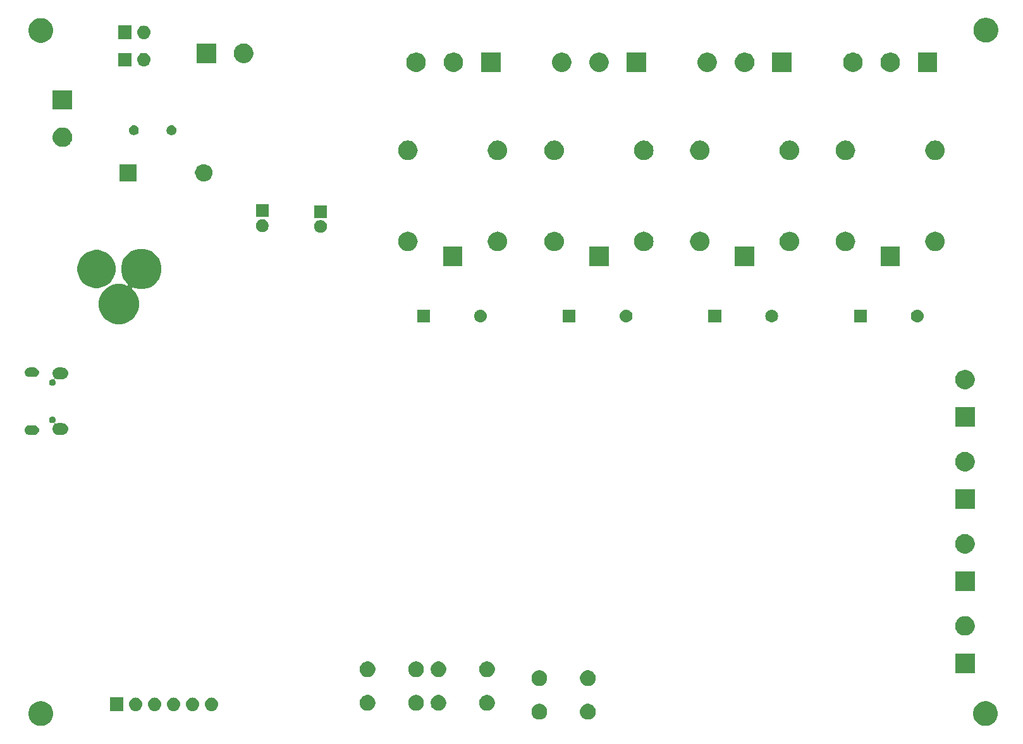
<source format=gbr>
G04 #@! TF.GenerationSoftware,KiCad,Pcbnew,(5.1.4)-1*
G04 #@! TF.CreationDate,2020-04-17T21:05:18+02:00*
G04 #@! TF.ProjectId,Aktorbaustein,416b746f-7262-4617-9573-7465696e2e6b,rev?*
G04 #@! TF.SameCoordinates,Original*
G04 #@! TF.FileFunction,Soldermask,Bot*
G04 #@! TF.FilePolarity,Negative*
%FSLAX46Y46*%
G04 Gerber Fmt 4.6, Leading zero omitted, Abs format (unit mm)*
G04 Created by KiCad (PCBNEW (5.1.4)-1) date 2020-04-17 21:05:18*
%MOMM*%
%LPD*%
G04 APERTURE LIST*
%ADD10C,0.100000*%
G04 APERTURE END LIST*
D10*
G36*
X183125256Y-134141298D02*
G01*
X183231579Y-134162447D01*
X183532042Y-134286903D01*
X183802451Y-134467585D01*
X184032415Y-134697549D01*
X184213097Y-134967958D01*
X184331074Y-135252779D01*
X184337553Y-135268422D01*
X184401000Y-135587389D01*
X184401000Y-135912611D01*
X184337553Y-136231578D01*
X184221975Y-136510610D01*
X184213097Y-136532042D01*
X184032415Y-136802451D01*
X183802451Y-137032415D01*
X183532042Y-137213097D01*
X183231579Y-137337553D01*
X183125256Y-137358702D01*
X182912611Y-137401000D01*
X182587389Y-137401000D01*
X182374744Y-137358702D01*
X182268421Y-137337553D01*
X181967958Y-137213097D01*
X181697549Y-137032415D01*
X181467585Y-136802451D01*
X181286903Y-136532042D01*
X181278026Y-136510610D01*
X181162447Y-136231578D01*
X181099000Y-135912611D01*
X181099000Y-135587389D01*
X181162447Y-135268422D01*
X181168927Y-135252779D01*
X181286903Y-134967958D01*
X181467585Y-134697549D01*
X181697549Y-134467585D01*
X181967958Y-134286903D01*
X182268421Y-134162447D01*
X182374744Y-134141298D01*
X182587389Y-134099000D01*
X182912611Y-134099000D01*
X183125256Y-134141298D01*
X183125256Y-134141298D01*
G37*
G36*
X56625256Y-134141298D02*
G01*
X56731579Y-134162447D01*
X57032042Y-134286903D01*
X57302451Y-134467585D01*
X57532415Y-134697549D01*
X57713097Y-134967958D01*
X57831074Y-135252779D01*
X57837553Y-135268422D01*
X57901000Y-135587389D01*
X57901000Y-135912611D01*
X57837553Y-136231578D01*
X57721975Y-136510610D01*
X57713097Y-136532042D01*
X57532415Y-136802451D01*
X57302451Y-137032415D01*
X57032042Y-137213097D01*
X56731579Y-137337553D01*
X56625256Y-137358702D01*
X56412611Y-137401000D01*
X56087389Y-137401000D01*
X55874744Y-137358702D01*
X55768421Y-137337553D01*
X55467958Y-137213097D01*
X55197549Y-137032415D01*
X54967585Y-136802451D01*
X54786903Y-136532042D01*
X54778026Y-136510610D01*
X54662447Y-136231578D01*
X54599000Y-135912611D01*
X54599000Y-135587389D01*
X54662447Y-135268422D01*
X54668927Y-135252779D01*
X54786903Y-134967958D01*
X54967585Y-134697549D01*
X55197549Y-134467585D01*
X55467958Y-134286903D01*
X55768421Y-134162447D01*
X55874744Y-134141298D01*
X56087389Y-134099000D01*
X56412611Y-134099000D01*
X56625256Y-134141298D01*
X56625256Y-134141298D01*
G37*
G36*
X123306564Y-134489389D02*
G01*
X123497833Y-134568615D01*
X123497835Y-134568616D01*
X123669973Y-134683635D01*
X123816365Y-134830027D01*
X123908528Y-134967958D01*
X123931385Y-135002167D01*
X124010611Y-135193436D01*
X124051000Y-135396484D01*
X124051000Y-135603516D01*
X124010611Y-135806564D01*
X123966685Y-135912611D01*
X123931384Y-135997835D01*
X123816365Y-136169973D01*
X123669973Y-136316365D01*
X123497835Y-136431384D01*
X123497834Y-136431385D01*
X123497833Y-136431385D01*
X123306564Y-136510611D01*
X123103516Y-136551000D01*
X122896484Y-136551000D01*
X122693436Y-136510611D01*
X122502167Y-136431385D01*
X122502166Y-136431385D01*
X122502165Y-136431384D01*
X122330027Y-136316365D01*
X122183635Y-136169973D01*
X122068616Y-135997835D01*
X122033315Y-135912611D01*
X121989389Y-135806564D01*
X121949000Y-135603516D01*
X121949000Y-135396484D01*
X121989389Y-135193436D01*
X122068615Y-135002167D01*
X122091473Y-134967958D01*
X122183635Y-134830027D01*
X122330027Y-134683635D01*
X122502165Y-134568616D01*
X122502167Y-134568615D01*
X122693436Y-134489389D01*
X122896484Y-134449000D01*
X123103516Y-134449000D01*
X123306564Y-134489389D01*
X123306564Y-134489389D01*
G37*
G36*
X129806564Y-134489389D02*
G01*
X129997833Y-134568615D01*
X129997835Y-134568616D01*
X130169973Y-134683635D01*
X130316365Y-134830027D01*
X130408528Y-134967958D01*
X130431385Y-135002167D01*
X130510611Y-135193436D01*
X130551000Y-135396484D01*
X130551000Y-135603516D01*
X130510611Y-135806564D01*
X130466685Y-135912611D01*
X130431384Y-135997835D01*
X130316365Y-136169973D01*
X130169973Y-136316365D01*
X129997835Y-136431384D01*
X129997834Y-136431385D01*
X129997833Y-136431385D01*
X129806564Y-136510611D01*
X129603516Y-136551000D01*
X129396484Y-136551000D01*
X129193436Y-136510611D01*
X129002167Y-136431385D01*
X129002166Y-136431385D01*
X129002165Y-136431384D01*
X128830027Y-136316365D01*
X128683635Y-136169973D01*
X128568616Y-135997835D01*
X128533315Y-135912611D01*
X128489389Y-135806564D01*
X128449000Y-135603516D01*
X128449000Y-135396484D01*
X128489389Y-135193436D01*
X128568615Y-135002167D01*
X128591473Y-134967958D01*
X128683635Y-134830027D01*
X128830027Y-134683635D01*
X129002165Y-134568616D01*
X129002167Y-134568615D01*
X129193436Y-134489389D01*
X129396484Y-134449000D01*
X129603516Y-134449000D01*
X129806564Y-134489389D01*
X129806564Y-134489389D01*
G37*
G36*
X76670442Y-133605518D02*
G01*
X76736627Y-133612037D01*
X76906466Y-133663557D01*
X77062991Y-133747222D01*
X77098729Y-133776552D01*
X77200186Y-133859814D01*
X77283448Y-133961271D01*
X77312778Y-133997009D01*
X77396443Y-134153534D01*
X77447963Y-134323373D01*
X77465359Y-134500000D01*
X77447963Y-134676627D01*
X77396443Y-134846466D01*
X77312778Y-135002991D01*
X77283448Y-135038729D01*
X77200186Y-135140186D01*
X77098729Y-135223448D01*
X77062991Y-135252778D01*
X76906466Y-135336443D01*
X76736627Y-135387963D01*
X76670443Y-135394481D01*
X76604260Y-135401000D01*
X76515740Y-135401000D01*
X76449557Y-135394481D01*
X76383373Y-135387963D01*
X76213534Y-135336443D01*
X76057009Y-135252778D01*
X76021271Y-135223448D01*
X75919814Y-135140186D01*
X75836552Y-135038729D01*
X75807222Y-135002991D01*
X75723557Y-134846466D01*
X75672037Y-134676627D01*
X75654641Y-134500000D01*
X75672037Y-134323373D01*
X75723557Y-134153534D01*
X75807222Y-133997009D01*
X75836552Y-133961271D01*
X75919814Y-133859814D01*
X76021271Y-133776552D01*
X76057009Y-133747222D01*
X76213534Y-133663557D01*
X76383373Y-133612037D01*
X76449558Y-133605518D01*
X76515740Y-133599000D01*
X76604260Y-133599000D01*
X76670442Y-133605518D01*
X76670442Y-133605518D01*
G37*
G36*
X79210442Y-133605518D02*
G01*
X79276627Y-133612037D01*
X79446466Y-133663557D01*
X79602991Y-133747222D01*
X79638729Y-133776552D01*
X79740186Y-133859814D01*
X79823448Y-133961271D01*
X79852778Y-133997009D01*
X79936443Y-134153534D01*
X79987963Y-134323373D01*
X80005359Y-134500000D01*
X79987963Y-134676627D01*
X79936443Y-134846466D01*
X79852778Y-135002991D01*
X79823448Y-135038729D01*
X79740186Y-135140186D01*
X79638729Y-135223448D01*
X79602991Y-135252778D01*
X79446466Y-135336443D01*
X79276627Y-135387963D01*
X79210443Y-135394481D01*
X79144260Y-135401000D01*
X79055740Y-135401000D01*
X78989557Y-135394481D01*
X78923373Y-135387963D01*
X78753534Y-135336443D01*
X78597009Y-135252778D01*
X78561271Y-135223448D01*
X78459814Y-135140186D01*
X78376552Y-135038729D01*
X78347222Y-135002991D01*
X78263557Y-134846466D01*
X78212037Y-134676627D01*
X78194641Y-134500000D01*
X78212037Y-134323373D01*
X78263557Y-134153534D01*
X78347222Y-133997009D01*
X78376552Y-133961271D01*
X78459814Y-133859814D01*
X78561271Y-133776552D01*
X78597009Y-133747222D01*
X78753534Y-133663557D01*
X78923373Y-133612037D01*
X78989558Y-133605518D01*
X79055740Y-133599000D01*
X79144260Y-133599000D01*
X79210442Y-133605518D01*
X79210442Y-133605518D01*
G37*
G36*
X74130442Y-133605518D02*
G01*
X74196627Y-133612037D01*
X74366466Y-133663557D01*
X74522991Y-133747222D01*
X74558729Y-133776552D01*
X74660186Y-133859814D01*
X74743448Y-133961271D01*
X74772778Y-133997009D01*
X74856443Y-134153534D01*
X74907963Y-134323373D01*
X74925359Y-134500000D01*
X74907963Y-134676627D01*
X74856443Y-134846466D01*
X74772778Y-135002991D01*
X74743448Y-135038729D01*
X74660186Y-135140186D01*
X74558729Y-135223448D01*
X74522991Y-135252778D01*
X74366466Y-135336443D01*
X74196627Y-135387963D01*
X74130443Y-135394481D01*
X74064260Y-135401000D01*
X73975740Y-135401000D01*
X73909557Y-135394481D01*
X73843373Y-135387963D01*
X73673534Y-135336443D01*
X73517009Y-135252778D01*
X73481271Y-135223448D01*
X73379814Y-135140186D01*
X73296552Y-135038729D01*
X73267222Y-135002991D01*
X73183557Y-134846466D01*
X73132037Y-134676627D01*
X73114641Y-134500000D01*
X73132037Y-134323373D01*
X73183557Y-134153534D01*
X73267222Y-133997009D01*
X73296552Y-133961271D01*
X73379814Y-133859814D01*
X73481271Y-133776552D01*
X73517009Y-133747222D01*
X73673534Y-133663557D01*
X73843373Y-133612037D01*
X73909558Y-133605518D01*
X73975740Y-133599000D01*
X74064260Y-133599000D01*
X74130442Y-133605518D01*
X74130442Y-133605518D01*
G37*
G36*
X71590442Y-133605518D02*
G01*
X71656627Y-133612037D01*
X71826466Y-133663557D01*
X71982991Y-133747222D01*
X72018729Y-133776552D01*
X72120186Y-133859814D01*
X72203448Y-133961271D01*
X72232778Y-133997009D01*
X72316443Y-134153534D01*
X72367963Y-134323373D01*
X72385359Y-134500000D01*
X72367963Y-134676627D01*
X72316443Y-134846466D01*
X72232778Y-135002991D01*
X72203448Y-135038729D01*
X72120186Y-135140186D01*
X72018729Y-135223448D01*
X71982991Y-135252778D01*
X71826466Y-135336443D01*
X71656627Y-135387963D01*
X71590443Y-135394481D01*
X71524260Y-135401000D01*
X71435740Y-135401000D01*
X71369557Y-135394481D01*
X71303373Y-135387963D01*
X71133534Y-135336443D01*
X70977009Y-135252778D01*
X70941271Y-135223448D01*
X70839814Y-135140186D01*
X70756552Y-135038729D01*
X70727222Y-135002991D01*
X70643557Y-134846466D01*
X70592037Y-134676627D01*
X70574641Y-134500000D01*
X70592037Y-134323373D01*
X70643557Y-134153534D01*
X70727222Y-133997009D01*
X70756552Y-133961271D01*
X70839814Y-133859814D01*
X70941271Y-133776552D01*
X70977009Y-133747222D01*
X71133534Y-133663557D01*
X71303373Y-133612037D01*
X71369558Y-133605518D01*
X71435740Y-133599000D01*
X71524260Y-133599000D01*
X71590442Y-133605518D01*
X71590442Y-133605518D01*
G37*
G36*
X69050442Y-133605518D02*
G01*
X69116627Y-133612037D01*
X69286466Y-133663557D01*
X69442991Y-133747222D01*
X69478729Y-133776552D01*
X69580186Y-133859814D01*
X69663448Y-133961271D01*
X69692778Y-133997009D01*
X69776443Y-134153534D01*
X69827963Y-134323373D01*
X69845359Y-134500000D01*
X69827963Y-134676627D01*
X69776443Y-134846466D01*
X69692778Y-135002991D01*
X69663448Y-135038729D01*
X69580186Y-135140186D01*
X69478729Y-135223448D01*
X69442991Y-135252778D01*
X69286466Y-135336443D01*
X69116627Y-135387963D01*
X69050443Y-135394481D01*
X68984260Y-135401000D01*
X68895740Y-135401000D01*
X68829557Y-135394481D01*
X68763373Y-135387963D01*
X68593534Y-135336443D01*
X68437009Y-135252778D01*
X68401271Y-135223448D01*
X68299814Y-135140186D01*
X68216552Y-135038729D01*
X68187222Y-135002991D01*
X68103557Y-134846466D01*
X68052037Y-134676627D01*
X68034641Y-134500000D01*
X68052037Y-134323373D01*
X68103557Y-134153534D01*
X68187222Y-133997009D01*
X68216552Y-133961271D01*
X68299814Y-133859814D01*
X68401271Y-133776552D01*
X68437009Y-133747222D01*
X68593534Y-133663557D01*
X68763373Y-133612037D01*
X68829558Y-133605518D01*
X68895740Y-133599000D01*
X68984260Y-133599000D01*
X69050442Y-133605518D01*
X69050442Y-133605518D01*
G37*
G36*
X67301000Y-135401000D02*
G01*
X65499000Y-135401000D01*
X65499000Y-133599000D01*
X67301000Y-133599000D01*
X67301000Y-135401000D01*
X67301000Y-135401000D01*
G37*
G36*
X109806564Y-133289389D02*
G01*
X109997833Y-133368615D01*
X109997835Y-133368616D01*
X110169973Y-133483635D01*
X110316365Y-133630027D01*
X110394672Y-133747221D01*
X110431385Y-133802167D01*
X110510611Y-133993436D01*
X110551000Y-134196484D01*
X110551000Y-134403516D01*
X110510611Y-134606564D01*
X110472923Y-134697551D01*
X110431384Y-134797835D01*
X110316365Y-134969973D01*
X110169973Y-135116365D01*
X109997835Y-135231384D01*
X109997834Y-135231385D01*
X109997833Y-135231385D01*
X109806564Y-135310611D01*
X109603516Y-135351000D01*
X109396484Y-135351000D01*
X109193436Y-135310611D01*
X109002167Y-135231385D01*
X109002166Y-135231385D01*
X109002165Y-135231384D01*
X108830027Y-135116365D01*
X108683635Y-134969973D01*
X108568616Y-134797835D01*
X108527077Y-134697551D01*
X108489389Y-134606564D01*
X108449000Y-134403516D01*
X108449000Y-134196484D01*
X108489389Y-133993436D01*
X108568615Y-133802167D01*
X108605329Y-133747221D01*
X108683635Y-133630027D01*
X108830027Y-133483635D01*
X109002165Y-133368616D01*
X109002167Y-133368615D01*
X109193436Y-133289389D01*
X109396484Y-133249000D01*
X109603516Y-133249000D01*
X109806564Y-133289389D01*
X109806564Y-133289389D01*
G37*
G36*
X116306564Y-133289389D02*
G01*
X116497833Y-133368615D01*
X116497835Y-133368616D01*
X116669973Y-133483635D01*
X116816365Y-133630027D01*
X116894672Y-133747221D01*
X116931385Y-133802167D01*
X117010611Y-133993436D01*
X117051000Y-134196484D01*
X117051000Y-134403516D01*
X117010611Y-134606564D01*
X116972923Y-134697551D01*
X116931384Y-134797835D01*
X116816365Y-134969973D01*
X116669973Y-135116365D01*
X116497835Y-135231384D01*
X116497834Y-135231385D01*
X116497833Y-135231385D01*
X116306564Y-135310611D01*
X116103516Y-135351000D01*
X115896484Y-135351000D01*
X115693436Y-135310611D01*
X115502167Y-135231385D01*
X115502166Y-135231385D01*
X115502165Y-135231384D01*
X115330027Y-135116365D01*
X115183635Y-134969973D01*
X115068616Y-134797835D01*
X115027077Y-134697551D01*
X114989389Y-134606564D01*
X114949000Y-134403516D01*
X114949000Y-134196484D01*
X114989389Y-133993436D01*
X115068615Y-133802167D01*
X115105329Y-133747221D01*
X115183635Y-133630027D01*
X115330027Y-133483635D01*
X115502165Y-133368616D01*
X115502167Y-133368615D01*
X115693436Y-133289389D01*
X115896484Y-133249000D01*
X116103516Y-133249000D01*
X116306564Y-133289389D01*
X116306564Y-133289389D01*
G37*
G36*
X100306564Y-133289389D02*
G01*
X100497833Y-133368615D01*
X100497835Y-133368616D01*
X100669973Y-133483635D01*
X100816365Y-133630027D01*
X100894672Y-133747221D01*
X100931385Y-133802167D01*
X101010611Y-133993436D01*
X101051000Y-134196484D01*
X101051000Y-134403516D01*
X101010611Y-134606564D01*
X100972923Y-134697551D01*
X100931384Y-134797835D01*
X100816365Y-134969973D01*
X100669973Y-135116365D01*
X100497835Y-135231384D01*
X100497834Y-135231385D01*
X100497833Y-135231385D01*
X100306564Y-135310611D01*
X100103516Y-135351000D01*
X99896484Y-135351000D01*
X99693436Y-135310611D01*
X99502167Y-135231385D01*
X99502166Y-135231385D01*
X99502165Y-135231384D01*
X99330027Y-135116365D01*
X99183635Y-134969973D01*
X99068616Y-134797835D01*
X99027077Y-134697551D01*
X98989389Y-134606564D01*
X98949000Y-134403516D01*
X98949000Y-134196484D01*
X98989389Y-133993436D01*
X99068615Y-133802167D01*
X99105329Y-133747221D01*
X99183635Y-133630027D01*
X99330027Y-133483635D01*
X99502165Y-133368616D01*
X99502167Y-133368615D01*
X99693436Y-133289389D01*
X99896484Y-133249000D01*
X100103516Y-133249000D01*
X100306564Y-133289389D01*
X100306564Y-133289389D01*
G37*
G36*
X106806564Y-133289389D02*
G01*
X106997833Y-133368615D01*
X106997835Y-133368616D01*
X107169973Y-133483635D01*
X107316365Y-133630027D01*
X107394672Y-133747221D01*
X107431385Y-133802167D01*
X107510611Y-133993436D01*
X107551000Y-134196484D01*
X107551000Y-134403516D01*
X107510611Y-134606564D01*
X107472923Y-134697551D01*
X107431384Y-134797835D01*
X107316365Y-134969973D01*
X107169973Y-135116365D01*
X106997835Y-135231384D01*
X106997834Y-135231385D01*
X106997833Y-135231385D01*
X106806564Y-135310611D01*
X106603516Y-135351000D01*
X106396484Y-135351000D01*
X106193436Y-135310611D01*
X106002167Y-135231385D01*
X106002166Y-135231385D01*
X106002165Y-135231384D01*
X105830027Y-135116365D01*
X105683635Y-134969973D01*
X105568616Y-134797835D01*
X105527077Y-134697551D01*
X105489389Y-134606564D01*
X105449000Y-134403516D01*
X105449000Y-134196484D01*
X105489389Y-133993436D01*
X105568615Y-133802167D01*
X105605329Y-133747221D01*
X105683635Y-133630027D01*
X105830027Y-133483635D01*
X106002165Y-133368616D01*
X106002167Y-133368615D01*
X106193436Y-133289389D01*
X106396484Y-133249000D01*
X106603516Y-133249000D01*
X106806564Y-133289389D01*
X106806564Y-133289389D01*
G37*
G36*
X123306564Y-129989389D02*
G01*
X123497833Y-130068615D01*
X123497835Y-130068616D01*
X123669973Y-130183635D01*
X123816365Y-130330027D01*
X123931385Y-130502167D01*
X124010611Y-130693436D01*
X124051000Y-130896484D01*
X124051000Y-131103516D01*
X124010611Y-131306564D01*
X123931385Y-131497833D01*
X123931384Y-131497835D01*
X123816365Y-131669973D01*
X123669973Y-131816365D01*
X123497835Y-131931384D01*
X123497834Y-131931385D01*
X123497833Y-131931385D01*
X123306564Y-132010611D01*
X123103516Y-132051000D01*
X122896484Y-132051000D01*
X122693436Y-132010611D01*
X122502167Y-131931385D01*
X122502166Y-131931385D01*
X122502165Y-131931384D01*
X122330027Y-131816365D01*
X122183635Y-131669973D01*
X122068616Y-131497835D01*
X122068615Y-131497833D01*
X121989389Y-131306564D01*
X121949000Y-131103516D01*
X121949000Y-130896484D01*
X121989389Y-130693436D01*
X122068615Y-130502167D01*
X122183635Y-130330027D01*
X122330027Y-130183635D01*
X122502165Y-130068616D01*
X122502167Y-130068615D01*
X122693436Y-129989389D01*
X122896484Y-129949000D01*
X123103516Y-129949000D01*
X123306564Y-129989389D01*
X123306564Y-129989389D01*
G37*
G36*
X129806564Y-129989389D02*
G01*
X129997833Y-130068615D01*
X129997835Y-130068616D01*
X130169973Y-130183635D01*
X130316365Y-130330027D01*
X130431385Y-130502167D01*
X130510611Y-130693436D01*
X130551000Y-130896484D01*
X130551000Y-131103516D01*
X130510611Y-131306564D01*
X130431385Y-131497833D01*
X130431384Y-131497835D01*
X130316365Y-131669973D01*
X130169973Y-131816365D01*
X129997835Y-131931384D01*
X129997834Y-131931385D01*
X129997833Y-131931385D01*
X129806564Y-132010611D01*
X129603516Y-132051000D01*
X129396484Y-132051000D01*
X129193436Y-132010611D01*
X129002167Y-131931385D01*
X129002166Y-131931385D01*
X129002165Y-131931384D01*
X128830027Y-131816365D01*
X128683635Y-131669973D01*
X128568616Y-131497835D01*
X128568615Y-131497833D01*
X128489389Y-131306564D01*
X128449000Y-131103516D01*
X128449000Y-130896484D01*
X128489389Y-130693436D01*
X128568615Y-130502167D01*
X128683635Y-130330027D01*
X128830027Y-130183635D01*
X129002165Y-130068616D01*
X129002167Y-130068615D01*
X129193436Y-129989389D01*
X129396484Y-129949000D01*
X129603516Y-129949000D01*
X129806564Y-129989389D01*
X129806564Y-129989389D01*
G37*
G36*
X109806564Y-128789389D02*
G01*
X109997833Y-128868615D01*
X109997835Y-128868616D01*
X110169973Y-128983635D01*
X110316365Y-129130027D01*
X110431385Y-129302167D01*
X110510611Y-129493436D01*
X110551000Y-129696484D01*
X110551000Y-129903516D01*
X110510611Y-130106564D01*
X110478687Y-130183635D01*
X110431384Y-130297835D01*
X110316365Y-130469973D01*
X110169973Y-130616365D01*
X109997835Y-130731384D01*
X109997834Y-130731385D01*
X109997833Y-130731385D01*
X109806564Y-130810611D01*
X109603516Y-130851000D01*
X109396484Y-130851000D01*
X109193436Y-130810611D01*
X109002167Y-130731385D01*
X109002166Y-130731385D01*
X109002165Y-130731384D01*
X108830027Y-130616365D01*
X108683635Y-130469973D01*
X108568616Y-130297835D01*
X108521313Y-130183635D01*
X108489389Y-130106564D01*
X108449000Y-129903516D01*
X108449000Y-129696484D01*
X108489389Y-129493436D01*
X108568615Y-129302167D01*
X108683635Y-129130027D01*
X108830027Y-128983635D01*
X109002165Y-128868616D01*
X109002167Y-128868615D01*
X109193436Y-128789389D01*
X109396484Y-128749000D01*
X109603516Y-128749000D01*
X109806564Y-128789389D01*
X109806564Y-128789389D01*
G37*
G36*
X116306564Y-128789389D02*
G01*
X116497833Y-128868615D01*
X116497835Y-128868616D01*
X116669973Y-128983635D01*
X116816365Y-129130027D01*
X116931385Y-129302167D01*
X117010611Y-129493436D01*
X117051000Y-129696484D01*
X117051000Y-129903516D01*
X117010611Y-130106564D01*
X116978687Y-130183635D01*
X116931384Y-130297835D01*
X116816365Y-130469973D01*
X116669973Y-130616365D01*
X116497835Y-130731384D01*
X116497834Y-130731385D01*
X116497833Y-130731385D01*
X116306564Y-130810611D01*
X116103516Y-130851000D01*
X115896484Y-130851000D01*
X115693436Y-130810611D01*
X115502167Y-130731385D01*
X115502166Y-130731385D01*
X115502165Y-130731384D01*
X115330027Y-130616365D01*
X115183635Y-130469973D01*
X115068616Y-130297835D01*
X115021313Y-130183635D01*
X114989389Y-130106564D01*
X114949000Y-129903516D01*
X114949000Y-129696484D01*
X114989389Y-129493436D01*
X115068615Y-129302167D01*
X115183635Y-129130027D01*
X115330027Y-128983635D01*
X115502165Y-128868616D01*
X115502167Y-128868615D01*
X115693436Y-128789389D01*
X115896484Y-128749000D01*
X116103516Y-128749000D01*
X116306564Y-128789389D01*
X116306564Y-128789389D01*
G37*
G36*
X100306564Y-128789389D02*
G01*
X100497833Y-128868615D01*
X100497835Y-128868616D01*
X100669973Y-128983635D01*
X100816365Y-129130027D01*
X100931385Y-129302167D01*
X101010611Y-129493436D01*
X101051000Y-129696484D01*
X101051000Y-129903516D01*
X101010611Y-130106564D01*
X100978687Y-130183635D01*
X100931384Y-130297835D01*
X100816365Y-130469973D01*
X100669973Y-130616365D01*
X100497835Y-130731384D01*
X100497834Y-130731385D01*
X100497833Y-130731385D01*
X100306564Y-130810611D01*
X100103516Y-130851000D01*
X99896484Y-130851000D01*
X99693436Y-130810611D01*
X99502167Y-130731385D01*
X99502166Y-130731385D01*
X99502165Y-130731384D01*
X99330027Y-130616365D01*
X99183635Y-130469973D01*
X99068616Y-130297835D01*
X99021313Y-130183635D01*
X98989389Y-130106564D01*
X98949000Y-129903516D01*
X98949000Y-129696484D01*
X98989389Y-129493436D01*
X99068615Y-129302167D01*
X99183635Y-129130027D01*
X99330027Y-128983635D01*
X99502165Y-128868616D01*
X99502167Y-128868615D01*
X99693436Y-128789389D01*
X99896484Y-128749000D01*
X100103516Y-128749000D01*
X100306564Y-128789389D01*
X100306564Y-128789389D01*
G37*
G36*
X106806564Y-128789389D02*
G01*
X106997833Y-128868615D01*
X106997835Y-128868616D01*
X107169973Y-128983635D01*
X107316365Y-129130027D01*
X107431385Y-129302167D01*
X107510611Y-129493436D01*
X107551000Y-129696484D01*
X107551000Y-129903516D01*
X107510611Y-130106564D01*
X107478687Y-130183635D01*
X107431384Y-130297835D01*
X107316365Y-130469973D01*
X107169973Y-130616365D01*
X106997835Y-130731384D01*
X106997834Y-130731385D01*
X106997833Y-130731385D01*
X106806564Y-130810611D01*
X106603516Y-130851000D01*
X106396484Y-130851000D01*
X106193436Y-130810611D01*
X106002167Y-130731385D01*
X106002166Y-130731385D01*
X106002165Y-130731384D01*
X105830027Y-130616365D01*
X105683635Y-130469973D01*
X105568616Y-130297835D01*
X105521313Y-130183635D01*
X105489389Y-130106564D01*
X105449000Y-129903516D01*
X105449000Y-129696484D01*
X105489389Y-129493436D01*
X105568615Y-129302167D01*
X105683635Y-129130027D01*
X105830027Y-128983635D01*
X106002165Y-128868616D01*
X106002167Y-128868615D01*
X106193436Y-128789389D01*
X106396484Y-128749000D01*
X106603516Y-128749000D01*
X106806564Y-128789389D01*
X106806564Y-128789389D01*
G37*
G36*
X181301000Y-130301000D02*
G01*
X178699000Y-130301000D01*
X178699000Y-127699000D01*
X181301000Y-127699000D01*
X181301000Y-130301000D01*
X181301000Y-130301000D01*
G37*
G36*
X180379487Y-122748996D02*
G01*
X180616253Y-122847068D01*
X180616255Y-122847069D01*
X180829339Y-122989447D01*
X181010553Y-123170661D01*
X181152932Y-123383747D01*
X181251004Y-123620513D01*
X181301000Y-123871861D01*
X181301000Y-124128139D01*
X181251004Y-124379487D01*
X181152932Y-124616253D01*
X181152931Y-124616255D01*
X181010553Y-124829339D01*
X180829339Y-125010553D01*
X180616255Y-125152931D01*
X180616254Y-125152932D01*
X180616253Y-125152932D01*
X180379487Y-125251004D01*
X180128139Y-125301000D01*
X179871861Y-125301000D01*
X179620513Y-125251004D01*
X179383747Y-125152932D01*
X179383746Y-125152932D01*
X179383745Y-125152931D01*
X179170661Y-125010553D01*
X178989447Y-124829339D01*
X178847069Y-124616255D01*
X178847068Y-124616253D01*
X178748996Y-124379487D01*
X178699000Y-124128139D01*
X178699000Y-123871861D01*
X178748996Y-123620513D01*
X178847068Y-123383747D01*
X178989447Y-123170661D01*
X179170661Y-122989447D01*
X179383745Y-122847069D01*
X179383747Y-122847068D01*
X179620513Y-122748996D01*
X179871861Y-122699000D01*
X180128139Y-122699000D01*
X180379487Y-122748996D01*
X180379487Y-122748996D01*
G37*
G36*
X181301000Y-119301000D02*
G01*
X178699000Y-119301000D01*
X178699000Y-116699000D01*
X181301000Y-116699000D01*
X181301000Y-119301000D01*
X181301000Y-119301000D01*
G37*
G36*
X180379487Y-111748996D02*
G01*
X180616253Y-111847068D01*
X180616255Y-111847069D01*
X180829339Y-111989447D01*
X181010553Y-112170661D01*
X181152932Y-112383747D01*
X181251004Y-112620513D01*
X181301000Y-112871861D01*
X181301000Y-113128139D01*
X181251004Y-113379487D01*
X181152932Y-113616253D01*
X181152931Y-113616255D01*
X181010553Y-113829339D01*
X180829339Y-114010553D01*
X180616255Y-114152931D01*
X180616254Y-114152932D01*
X180616253Y-114152932D01*
X180379487Y-114251004D01*
X180128139Y-114301000D01*
X179871861Y-114301000D01*
X179620513Y-114251004D01*
X179383747Y-114152932D01*
X179383746Y-114152932D01*
X179383745Y-114152931D01*
X179170661Y-114010553D01*
X178989447Y-113829339D01*
X178847069Y-113616255D01*
X178847068Y-113616253D01*
X178748996Y-113379487D01*
X178699000Y-113128139D01*
X178699000Y-112871861D01*
X178748996Y-112620513D01*
X178847068Y-112383747D01*
X178989447Y-112170661D01*
X179170661Y-111989447D01*
X179383745Y-111847069D01*
X179383747Y-111847068D01*
X179620513Y-111748996D01*
X179871861Y-111699000D01*
X180128139Y-111699000D01*
X180379487Y-111748996D01*
X180379487Y-111748996D01*
G37*
G36*
X181301000Y-108301000D02*
G01*
X178699000Y-108301000D01*
X178699000Y-105699000D01*
X181301000Y-105699000D01*
X181301000Y-108301000D01*
X181301000Y-108301000D01*
G37*
G36*
X180379487Y-100748996D02*
G01*
X180616253Y-100847068D01*
X180616255Y-100847069D01*
X180829339Y-100989447D01*
X181010553Y-101170661D01*
X181152932Y-101383747D01*
X181251004Y-101620513D01*
X181301000Y-101871861D01*
X181301000Y-102128139D01*
X181251004Y-102379487D01*
X181152932Y-102616253D01*
X181152931Y-102616255D01*
X181010553Y-102829339D01*
X180829339Y-103010553D01*
X180616255Y-103152931D01*
X180616254Y-103152932D01*
X180616253Y-103152932D01*
X180379487Y-103251004D01*
X180128139Y-103301000D01*
X179871861Y-103301000D01*
X179620513Y-103251004D01*
X179383747Y-103152932D01*
X179383746Y-103152932D01*
X179383745Y-103152931D01*
X179170661Y-103010553D01*
X178989447Y-102829339D01*
X178847069Y-102616255D01*
X178847068Y-102616253D01*
X178748996Y-102379487D01*
X178699000Y-102128139D01*
X178699000Y-101871861D01*
X178748996Y-101620513D01*
X178847068Y-101383747D01*
X178989447Y-101170661D01*
X179170661Y-100989447D01*
X179383745Y-100847069D01*
X179383747Y-100847068D01*
X179620513Y-100748996D01*
X179871861Y-100699000D01*
X180128139Y-100699000D01*
X180379487Y-100748996D01*
X180379487Y-100748996D01*
G37*
G36*
X55497715Y-97158058D02*
G01*
X55593753Y-97187191D01*
X55608935Y-97191796D01*
X55615722Y-97193855D01*
X55724468Y-97251981D01*
X55819790Y-97330210D01*
X55898019Y-97425532D01*
X55956145Y-97534278D01*
X55991942Y-97652285D01*
X56004028Y-97775000D01*
X55991942Y-97897715D01*
X55956145Y-98015722D01*
X55898019Y-98124468D01*
X55819790Y-98219790D01*
X55724468Y-98298019D01*
X55615722Y-98356145D01*
X55497715Y-98391942D01*
X55405746Y-98401000D01*
X54694254Y-98401000D01*
X54602285Y-98391942D01*
X54484278Y-98356145D01*
X54375532Y-98298019D01*
X54280210Y-98219790D01*
X54201981Y-98124468D01*
X54143855Y-98015722D01*
X54108058Y-97897715D01*
X54095972Y-97775000D01*
X54108058Y-97652285D01*
X54143855Y-97534278D01*
X54201981Y-97425532D01*
X54280210Y-97330210D01*
X54375532Y-97251981D01*
X54484278Y-97193855D01*
X54491066Y-97191796D01*
X54506247Y-97187191D01*
X54602285Y-97158058D01*
X54694254Y-97149000D01*
X55405746Y-97149000D01*
X55497715Y-97158058D01*
X55497715Y-97158058D01*
G37*
G36*
X57888410Y-95955525D02*
G01*
X57973426Y-95981314D01*
X58051775Y-96023193D01*
X58120449Y-96079551D01*
X58176807Y-96148225D01*
X58218686Y-96226574D01*
X58244475Y-96311590D01*
X58253182Y-96400000D01*
X58244475Y-96488410D01*
X58218686Y-96573426D01*
X58176807Y-96651775D01*
X58127851Y-96711428D01*
X58114238Y-96731802D01*
X58104860Y-96754441D01*
X58100080Y-96778474D01*
X58100080Y-96802978D01*
X58104861Y-96827012D01*
X58114238Y-96849650D01*
X58127852Y-96870025D01*
X58145179Y-96887352D01*
X58165553Y-96900965D01*
X58188192Y-96910343D01*
X58212225Y-96915123D01*
X58236729Y-96915123D01*
X58260763Y-96910342D01*
X58269216Y-96906841D01*
X58422879Y-96860228D01*
X58536882Y-96849000D01*
X59163118Y-96849000D01*
X59277121Y-96860228D01*
X59406671Y-96899527D01*
X59411413Y-96900965D01*
X59423402Y-96904602D01*
X59558204Y-96976655D01*
X59558207Y-96976657D01*
X59558208Y-96976658D01*
X59593956Y-97005996D01*
X59676369Y-97073631D01*
X59773345Y-97191796D01*
X59845398Y-97326598D01*
X59889772Y-97472879D01*
X59904754Y-97625000D01*
X59889772Y-97777121D01*
X59845398Y-97923402D01*
X59773345Y-98058204D01*
X59773343Y-98058207D01*
X59773342Y-98058208D01*
X59676369Y-98176369D01*
X59558204Y-98273345D01*
X59423402Y-98345398D01*
X59277121Y-98389772D01*
X59163118Y-98401000D01*
X58536882Y-98401000D01*
X58422879Y-98389772D01*
X58276598Y-98345398D01*
X58141796Y-98273345D01*
X58023631Y-98176369D01*
X57926658Y-98058208D01*
X57926657Y-98058207D01*
X57926655Y-98058204D01*
X57854602Y-97923402D01*
X57810228Y-97777121D01*
X57795246Y-97625000D01*
X57810228Y-97472879D01*
X57854602Y-97326598D01*
X57926655Y-97191796D01*
X58023633Y-97073629D01*
X58060105Y-97043697D01*
X58077432Y-97026370D01*
X58091046Y-97005996D01*
X58100423Y-96983357D01*
X58105204Y-96959324D01*
X58105204Y-96934820D01*
X58100424Y-96910787D01*
X58091047Y-96888148D01*
X58077433Y-96867773D01*
X58060106Y-96850446D01*
X58039732Y-96836832D01*
X58017093Y-96827455D01*
X57993060Y-96822674D01*
X57968556Y-96822674D01*
X57944523Y-96827454D01*
X57888412Y-96844475D01*
X57822158Y-96851000D01*
X57777842Y-96851000D01*
X57711590Y-96844475D01*
X57626574Y-96818686D01*
X57548225Y-96776807D01*
X57479551Y-96720449D01*
X57423193Y-96651775D01*
X57381314Y-96573426D01*
X57355525Y-96488410D01*
X57346818Y-96400000D01*
X57355525Y-96311590D01*
X57381314Y-96226574D01*
X57423193Y-96148225D01*
X57479551Y-96079551D01*
X57548225Y-96023193D01*
X57626574Y-95981314D01*
X57711590Y-95955525D01*
X57777842Y-95949000D01*
X57822158Y-95949000D01*
X57888410Y-95955525D01*
X57888410Y-95955525D01*
G37*
G36*
X181301000Y-97301000D02*
G01*
X178699000Y-97301000D01*
X178699000Y-94699000D01*
X181301000Y-94699000D01*
X181301000Y-97301000D01*
X181301000Y-97301000D01*
G37*
G36*
X180379487Y-89748996D02*
G01*
X180616253Y-89847068D01*
X180616255Y-89847069D01*
X180829339Y-89989447D01*
X181010553Y-90170661D01*
X181074069Y-90265719D01*
X181152932Y-90383747D01*
X181251004Y-90620513D01*
X181301000Y-90871861D01*
X181301000Y-91128139D01*
X181251004Y-91379487D01*
X181152932Y-91616253D01*
X181152931Y-91616255D01*
X181010553Y-91829339D01*
X180829339Y-92010553D01*
X180616255Y-92152931D01*
X180616254Y-92152932D01*
X180616253Y-92152932D01*
X180379487Y-92251004D01*
X180128139Y-92301000D01*
X179871861Y-92301000D01*
X179620513Y-92251004D01*
X179383747Y-92152932D01*
X179383746Y-92152932D01*
X179383745Y-92152931D01*
X179170661Y-92010553D01*
X178989447Y-91829339D01*
X178847069Y-91616255D01*
X178847068Y-91616253D01*
X178748996Y-91379487D01*
X178699000Y-91128139D01*
X178699000Y-90871861D01*
X178748996Y-90620513D01*
X178847068Y-90383747D01*
X178925932Y-90265719D01*
X178989447Y-90170661D01*
X179170661Y-89989447D01*
X179383745Y-89847069D01*
X179383747Y-89847068D01*
X179620513Y-89748996D01*
X179871861Y-89699000D01*
X180128139Y-89699000D01*
X180379487Y-89748996D01*
X180379487Y-89748996D01*
G37*
G36*
X59277121Y-89410228D02*
G01*
X59423402Y-89454602D01*
X59558204Y-89526655D01*
X59558207Y-89526657D01*
X59558208Y-89526658D01*
X59676369Y-89623631D01*
X59718963Y-89675531D01*
X59773345Y-89741796D01*
X59845398Y-89876598D01*
X59889772Y-90022879D01*
X59904754Y-90175000D01*
X59889772Y-90327121D01*
X59845398Y-90473402D01*
X59773345Y-90608204D01*
X59773343Y-90608207D01*
X59773342Y-90608208D01*
X59676369Y-90726369D01*
X59566371Y-90816643D01*
X59558204Y-90823345D01*
X59423402Y-90895398D01*
X59277121Y-90939772D01*
X59163118Y-90951000D01*
X58536882Y-90951000D01*
X58422879Y-90939772D01*
X58269210Y-90893157D01*
X58260751Y-90889654D01*
X58236717Y-90884876D01*
X58212213Y-90884878D01*
X58188180Y-90889661D01*
X58165542Y-90899041D01*
X58145169Y-90912656D01*
X58127844Y-90929985D01*
X58114232Y-90950361D01*
X58104857Y-90973000D01*
X58100079Y-90997034D01*
X58100081Y-91021538D01*
X58104864Y-91045571D01*
X58114244Y-91068209D01*
X58127851Y-91088572D01*
X58176807Y-91148225D01*
X58218686Y-91226574D01*
X58244475Y-91311590D01*
X58253182Y-91400000D01*
X58244475Y-91488410D01*
X58218686Y-91573426D01*
X58176807Y-91651775D01*
X58120449Y-91720449D01*
X58051775Y-91776807D01*
X57973426Y-91818686D01*
X57888410Y-91844475D01*
X57822158Y-91851000D01*
X57777842Y-91851000D01*
X57711590Y-91844475D01*
X57626574Y-91818686D01*
X57548225Y-91776807D01*
X57479551Y-91720449D01*
X57423193Y-91651775D01*
X57381314Y-91573426D01*
X57355525Y-91488410D01*
X57346818Y-91400000D01*
X57355525Y-91311590D01*
X57381314Y-91226574D01*
X57423193Y-91148225D01*
X57479551Y-91079551D01*
X57548225Y-91023193D01*
X57626574Y-90981314D01*
X57711590Y-90955525D01*
X57777842Y-90949000D01*
X57822158Y-90949000D01*
X57888412Y-90955525D01*
X57944523Y-90972546D01*
X57968556Y-90977326D01*
X57993060Y-90977326D01*
X58017093Y-90972545D01*
X58039732Y-90963168D01*
X58060106Y-90949554D01*
X58077433Y-90932227D01*
X58091047Y-90911852D01*
X58100424Y-90889213D01*
X58105204Y-90865180D01*
X58105204Y-90840676D01*
X58100423Y-90816643D01*
X58091046Y-90794004D01*
X58077432Y-90773630D01*
X58060105Y-90756303D01*
X58023633Y-90726371D01*
X57926655Y-90608204D01*
X57854602Y-90473402D01*
X57810228Y-90327121D01*
X57795246Y-90175000D01*
X57810228Y-90022879D01*
X57854602Y-89876598D01*
X57926655Y-89741796D01*
X57981038Y-89675531D01*
X58023631Y-89623631D01*
X58141792Y-89526658D01*
X58141793Y-89526657D01*
X58141796Y-89526655D01*
X58276598Y-89454602D01*
X58422879Y-89410228D01*
X58536882Y-89399000D01*
X59163118Y-89399000D01*
X59277121Y-89410228D01*
X59277121Y-89410228D01*
G37*
G36*
X55497715Y-89408058D02*
G01*
X55615722Y-89443855D01*
X55724468Y-89501981D01*
X55819790Y-89580210D01*
X55898019Y-89675532D01*
X55956145Y-89784278D01*
X55991942Y-89902285D01*
X56004028Y-90025000D01*
X55991942Y-90147715D01*
X55956145Y-90265722D01*
X55898019Y-90374468D01*
X55819790Y-90469790D01*
X55724468Y-90548019D01*
X55615722Y-90606145D01*
X55615719Y-90606146D01*
X55608921Y-90608208D01*
X55497715Y-90641942D01*
X55405746Y-90651000D01*
X54694254Y-90651000D01*
X54602285Y-90641942D01*
X54491079Y-90608208D01*
X54484281Y-90606146D01*
X54484278Y-90606145D01*
X54375532Y-90548019D01*
X54280210Y-90469790D01*
X54201981Y-90374468D01*
X54143855Y-90265722D01*
X54108058Y-90147715D01*
X54095972Y-90025000D01*
X54108058Y-89902285D01*
X54143855Y-89784278D01*
X54201981Y-89675532D01*
X54280210Y-89580210D01*
X54375532Y-89501981D01*
X54484278Y-89443855D01*
X54602285Y-89408058D01*
X54694254Y-89399000D01*
X55405746Y-89399000D01*
X55497715Y-89408058D01*
X55497715Y-89408058D01*
G37*
G36*
X70487852Y-73602797D02*
G01*
X70979402Y-73806404D01*
X70979403Y-73806405D01*
X71421787Y-74101996D01*
X71798004Y-74478213D01*
X71861894Y-74573832D01*
X72093596Y-74920598D01*
X72297203Y-75412148D01*
X72401000Y-75933973D01*
X72401000Y-76466027D01*
X72297203Y-76987852D01*
X72093596Y-77479402D01*
X72093595Y-77479403D01*
X71798004Y-77921787D01*
X71421787Y-78298004D01*
X71239874Y-78419554D01*
X70979402Y-78593596D01*
X70487852Y-78797203D01*
X69966027Y-78901000D01*
X69433973Y-78901000D01*
X68912148Y-78797203D01*
X68647444Y-78687559D01*
X68623995Y-78680446D01*
X68599609Y-78678044D01*
X68575223Y-78680446D01*
X68551774Y-78687559D01*
X68530163Y-78699110D01*
X68511221Y-78714655D01*
X68495676Y-78733597D01*
X68484125Y-78755208D01*
X68477012Y-78778657D01*
X68474610Y-78803043D01*
X68477012Y-78827429D01*
X68484125Y-78850878D01*
X68495676Y-78872489D01*
X68511216Y-78891425D01*
X68798004Y-79178213D01*
X68995512Y-79473805D01*
X69093596Y-79620598D01*
X69297203Y-80112148D01*
X69401000Y-80633973D01*
X69401000Y-81166027D01*
X69297203Y-81687852D01*
X69093596Y-82179402D01*
X69093595Y-82179403D01*
X68798004Y-82621787D01*
X68421787Y-82998004D01*
X68262166Y-83104659D01*
X67979402Y-83293596D01*
X67487852Y-83497203D01*
X66966027Y-83601000D01*
X66433973Y-83601000D01*
X65912148Y-83497203D01*
X65420598Y-83293596D01*
X65137834Y-83104659D01*
X64978213Y-82998004D01*
X64601996Y-82621787D01*
X64306405Y-82179403D01*
X64306404Y-82179402D01*
X64102797Y-81687852D01*
X63999000Y-81166027D01*
X63999000Y-80633973D01*
X64102797Y-80112148D01*
X64306404Y-79620598D01*
X64404488Y-79473805D01*
X64601996Y-79178213D01*
X64978213Y-78801996D01*
X65420597Y-78506405D01*
X65420598Y-78506404D01*
X65912148Y-78302797D01*
X66433973Y-78199000D01*
X66966027Y-78199000D01*
X67487852Y-78302797D01*
X67752556Y-78412441D01*
X67776005Y-78419554D01*
X67800391Y-78421956D01*
X67824777Y-78419554D01*
X67848226Y-78412441D01*
X67869837Y-78400890D01*
X67888779Y-78385345D01*
X67904324Y-78366403D01*
X67915875Y-78344792D01*
X67922988Y-78321343D01*
X67925390Y-78296957D01*
X67922988Y-78272571D01*
X67915875Y-78249122D01*
X67904324Y-78227511D01*
X67888784Y-78208575D01*
X67601996Y-77921787D01*
X67306405Y-77479403D01*
X67306404Y-77479402D01*
X67102797Y-76987852D01*
X66999000Y-76466027D01*
X66999000Y-75933973D01*
X67102797Y-75412148D01*
X67306404Y-74920598D01*
X67538106Y-74573832D01*
X67601996Y-74478213D01*
X67978213Y-74101996D01*
X68420597Y-73806405D01*
X68420598Y-73806404D01*
X68912148Y-73602797D01*
X69433973Y-73499000D01*
X69966027Y-73499000D01*
X70487852Y-73602797D01*
X70487852Y-73602797D01*
G37*
G36*
X115286823Y-81661313D02*
G01*
X115447242Y-81709976D01*
X115579906Y-81780886D01*
X115595078Y-81788996D01*
X115724659Y-81895341D01*
X115831004Y-82024922D01*
X115831005Y-82024924D01*
X115910024Y-82172758D01*
X115910025Y-82172761D01*
X115912040Y-82179403D01*
X115958687Y-82333177D01*
X115975117Y-82500000D01*
X115958687Y-82666823D01*
X115910024Y-82827242D01*
X115839114Y-82959906D01*
X115831004Y-82975078D01*
X115724659Y-83104659D01*
X115595078Y-83211004D01*
X115595076Y-83211005D01*
X115447242Y-83290024D01*
X115286823Y-83338687D01*
X115161804Y-83351000D01*
X115078196Y-83351000D01*
X114953177Y-83338687D01*
X114792758Y-83290024D01*
X114644924Y-83211005D01*
X114644922Y-83211004D01*
X114515341Y-83104659D01*
X114408996Y-82975078D01*
X114400886Y-82959906D01*
X114329976Y-82827242D01*
X114281313Y-82666823D01*
X114264883Y-82500000D01*
X114281313Y-82333177D01*
X114327960Y-82179403D01*
X114329975Y-82172761D01*
X114329976Y-82172758D01*
X114408995Y-82024924D01*
X114408996Y-82024922D01*
X114515341Y-81895341D01*
X114644922Y-81788996D01*
X114660094Y-81780886D01*
X114792758Y-81709976D01*
X114953177Y-81661313D01*
X115078196Y-81649000D01*
X115161804Y-81649000D01*
X115286823Y-81661313D01*
X115286823Y-81661313D01*
G37*
G36*
X134786823Y-81661313D02*
G01*
X134947242Y-81709976D01*
X135079906Y-81780886D01*
X135095078Y-81788996D01*
X135224659Y-81895341D01*
X135331004Y-82024922D01*
X135331005Y-82024924D01*
X135410024Y-82172758D01*
X135410025Y-82172761D01*
X135412040Y-82179403D01*
X135458687Y-82333177D01*
X135475117Y-82500000D01*
X135458687Y-82666823D01*
X135410024Y-82827242D01*
X135339114Y-82959906D01*
X135331004Y-82975078D01*
X135224659Y-83104659D01*
X135095078Y-83211004D01*
X135095076Y-83211005D01*
X134947242Y-83290024D01*
X134786823Y-83338687D01*
X134661804Y-83351000D01*
X134578196Y-83351000D01*
X134453177Y-83338687D01*
X134292758Y-83290024D01*
X134144924Y-83211005D01*
X134144922Y-83211004D01*
X134015341Y-83104659D01*
X133908996Y-82975078D01*
X133900886Y-82959906D01*
X133829976Y-82827242D01*
X133781313Y-82666823D01*
X133764883Y-82500000D01*
X133781313Y-82333177D01*
X133827960Y-82179403D01*
X133829975Y-82172761D01*
X133829976Y-82172758D01*
X133908995Y-82024924D01*
X133908996Y-82024922D01*
X134015341Y-81895341D01*
X134144922Y-81788996D01*
X134160094Y-81780886D01*
X134292758Y-81709976D01*
X134453177Y-81661313D01*
X134578196Y-81649000D01*
X134661804Y-81649000D01*
X134786823Y-81661313D01*
X134786823Y-81661313D01*
G37*
G36*
X127851000Y-83351000D02*
G01*
X126149000Y-83351000D01*
X126149000Y-81649000D01*
X127851000Y-81649000D01*
X127851000Y-83351000D01*
X127851000Y-83351000D01*
G37*
G36*
X108351000Y-83351000D02*
G01*
X106649000Y-83351000D01*
X106649000Y-81649000D01*
X108351000Y-81649000D01*
X108351000Y-83351000D01*
X108351000Y-83351000D01*
G37*
G36*
X147351000Y-83351000D02*
G01*
X145649000Y-83351000D01*
X145649000Y-81649000D01*
X147351000Y-81649000D01*
X147351000Y-83351000D01*
X147351000Y-83351000D01*
G37*
G36*
X154286823Y-81661313D02*
G01*
X154447242Y-81709976D01*
X154579906Y-81780886D01*
X154595078Y-81788996D01*
X154724659Y-81895341D01*
X154831004Y-82024922D01*
X154831005Y-82024924D01*
X154910024Y-82172758D01*
X154910025Y-82172761D01*
X154912040Y-82179403D01*
X154958687Y-82333177D01*
X154975117Y-82500000D01*
X154958687Y-82666823D01*
X154910024Y-82827242D01*
X154839114Y-82959906D01*
X154831004Y-82975078D01*
X154724659Y-83104659D01*
X154595078Y-83211004D01*
X154595076Y-83211005D01*
X154447242Y-83290024D01*
X154286823Y-83338687D01*
X154161804Y-83351000D01*
X154078196Y-83351000D01*
X153953177Y-83338687D01*
X153792758Y-83290024D01*
X153644924Y-83211005D01*
X153644922Y-83211004D01*
X153515341Y-83104659D01*
X153408996Y-82975078D01*
X153400886Y-82959906D01*
X153329976Y-82827242D01*
X153281313Y-82666823D01*
X153264883Y-82500000D01*
X153281313Y-82333177D01*
X153327960Y-82179403D01*
X153329975Y-82172761D01*
X153329976Y-82172758D01*
X153408995Y-82024924D01*
X153408996Y-82024922D01*
X153515341Y-81895341D01*
X153644922Y-81788996D01*
X153660094Y-81780886D01*
X153792758Y-81709976D01*
X153953177Y-81661313D01*
X154078196Y-81649000D01*
X154161804Y-81649000D01*
X154286823Y-81661313D01*
X154286823Y-81661313D01*
G37*
G36*
X173786823Y-81661313D02*
G01*
X173947242Y-81709976D01*
X174079906Y-81780886D01*
X174095078Y-81788996D01*
X174224659Y-81895341D01*
X174331004Y-82024922D01*
X174331005Y-82024924D01*
X174410024Y-82172758D01*
X174410025Y-82172761D01*
X174412040Y-82179403D01*
X174458687Y-82333177D01*
X174475117Y-82500000D01*
X174458687Y-82666823D01*
X174410024Y-82827242D01*
X174339114Y-82959906D01*
X174331004Y-82975078D01*
X174224659Y-83104659D01*
X174095078Y-83211004D01*
X174095076Y-83211005D01*
X173947242Y-83290024D01*
X173786823Y-83338687D01*
X173661804Y-83351000D01*
X173578196Y-83351000D01*
X173453177Y-83338687D01*
X173292758Y-83290024D01*
X173144924Y-83211005D01*
X173144922Y-83211004D01*
X173015341Y-83104659D01*
X172908996Y-82975078D01*
X172900886Y-82959906D01*
X172829976Y-82827242D01*
X172781313Y-82666823D01*
X172764883Y-82500000D01*
X172781313Y-82333177D01*
X172827960Y-82179403D01*
X172829975Y-82172761D01*
X172829976Y-82172758D01*
X172908995Y-82024924D01*
X172908996Y-82024922D01*
X173015341Y-81895341D01*
X173144922Y-81788996D01*
X173160094Y-81780886D01*
X173292758Y-81709976D01*
X173453177Y-81661313D01*
X173578196Y-81649000D01*
X173661804Y-81649000D01*
X173786823Y-81661313D01*
X173786823Y-81661313D01*
G37*
G36*
X166851000Y-83351000D02*
G01*
X165149000Y-83351000D01*
X165149000Y-81649000D01*
X166851000Y-81649000D01*
X166851000Y-83351000D01*
X166851000Y-83351000D01*
G37*
G36*
X64444098Y-73747033D02*
G01*
X64908350Y-73939332D01*
X64908352Y-73939333D01*
X65326168Y-74218509D01*
X65681491Y-74573832D01*
X65960667Y-74991648D01*
X65960668Y-74991650D01*
X66152967Y-75455902D01*
X66251000Y-75948747D01*
X66251000Y-76451253D01*
X66152967Y-76944098D01*
X66134843Y-76987853D01*
X65960667Y-77408352D01*
X65681491Y-77826168D01*
X65326168Y-78181491D01*
X64908352Y-78460667D01*
X64908351Y-78460668D01*
X64908350Y-78460668D01*
X64444098Y-78652967D01*
X63951253Y-78751000D01*
X63448747Y-78751000D01*
X62955902Y-78652967D01*
X62491650Y-78460668D01*
X62491649Y-78460668D01*
X62491648Y-78460667D01*
X62073832Y-78181491D01*
X61718509Y-77826168D01*
X61439333Y-77408352D01*
X61265157Y-76987853D01*
X61247033Y-76944098D01*
X61149000Y-76451253D01*
X61149000Y-75948747D01*
X61247033Y-75455902D01*
X61439332Y-74991650D01*
X61439333Y-74991648D01*
X61718509Y-74573832D01*
X62073832Y-74218509D01*
X62491648Y-73939333D01*
X62491650Y-73939332D01*
X62955902Y-73747033D01*
X63448747Y-73649000D01*
X63951253Y-73649000D01*
X64444098Y-73747033D01*
X64444098Y-73747033D01*
G37*
G36*
X151801000Y-75801000D02*
G01*
X149199000Y-75801000D01*
X149199000Y-73199000D01*
X151801000Y-73199000D01*
X151801000Y-75801000D01*
X151801000Y-75801000D01*
G37*
G36*
X132301000Y-75801000D02*
G01*
X129699000Y-75801000D01*
X129699000Y-73199000D01*
X132301000Y-73199000D01*
X132301000Y-75801000D01*
X132301000Y-75801000D01*
G37*
G36*
X112701000Y-75801000D02*
G01*
X110099000Y-75801000D01*
X110099000Y-73199000D01*
X112701000Y-73199000D01*
X112701000Y-75801000D01*
X112701000Y-75801000D01*
G37*
G36*
X171301000Y-75801000D02*
G01*
X168699000Y-75801000D01*
X168699000Y-73199000D01*
X171301000Y-73199000D01*
X171301000Y-75801000D01*
X171301000Y-75801000D01*
G37*
G36*
X105559473Y-71208413D02*
G01*
X105655040Y-71217825D01*
X105900280Y-71292218D01*
X106126294Y-71413025D01*
X106177899Y-71455376D01*
X106324397Y-71575603D01*
X106444624Y-71722101D01*
X106486975Y-71773706D01*
X106607782Y-71999720D01*
X106682175Y-72244960D01*
X106707294Y-72500000D01*
X106682175Y-72755040D01*
X106607782Y-73000280D01*
X106486975Y-73226294D01*
X106444624Y-73277899D01*
X106324397Y-73424397D01*
X106177899Y-73544624D01*
X106126294Y-73586975D01*
X105900280Y-73707782D01*
X105655040Y-73782175D01*
X105559473Y-73791587D01*
X105463906Y-73801000D01*
X105336094Y-73801000D01*
X105240527Y-73791587D01*
X105144960Y-73782175D01*
X104899720Y-73707782D01*
X104673706Y-73586975D01*
X104622101Y-73544624D01*
X104475603Y-73424397D01*
X104355376Y-73277899D01*
X104313025Y-73226294D01*
X104192218Y-73000280D01*
X104117825Y-72755040D01*
X104092706Y-72500000D01*
X104117825Y-72244960D01*
X104192218Y-71999720D01*
X104313025Y-71773706D01*
X104355376Y-71722101D01*
X104475603Y-71575603D01*
X104622101Y-71455376D01*
X104673706Y-71413025D01*
X104899720Y-71292218D01*
X105144960Y-71217825D01*
X105240527Y-71208413D01*
X105336094Y-71199000D01*
X105463906Y-71199000D01*
X105559473Y-71208413D01*
X105559473Y-71208413D01*
G37*
G36*
X125159473Y-71208413D02*
G01*
X125255040Y-71217825D01*
X125500280Y-71292218D01*
X125726294Y-71413025D01*
X125777899Y-71455376D01*
X125924397Y-71575603D01*
X126044624Y-71722101D01*
X126086975Y-71773706D01*
X126207782Y-71999720D01*
X126282175Y-72244960D01*
X126307294Y-72500000D01*
X126282175Y-72755040D01*
X126207782Y-73000280D01*
X126086975Y-73226294D01*
X126044624Y-73277899D01*
X125924397Y-73424397D01*
X125777899Y-73544624D01*
X125726294Y-73586975D01*
X125500280Y-73707782D01*
X125255040Y-73782175D01*
X125159473Y-73791587D01*
X125063906Y-73801000D01*
X124936094Y-73801000D01*
X124840527Y-73791587D01*
X124744960Y-73782175D01*
X124499720Y-73707782D01*
X124273706Y-73586975D01*
X124222101Y-73544624D01*
X124075603Y-73424397D01*
X123955376Y-73277899D01*
X123913025Y-73226294D01*
X123792218Y-73000280D01*
X123717825Y-72755040D01*
X123692706Y-72500000D01*
X123717825Y-72244960D01*
X123792218Y-71999720D01*
X123913025Y-71773706D01*
X123955376Y-71722101D01*
X124075603Y-71575603D01*
X124222101Y-71455376D01*
X124273706Y-71413025D01*
X124499720Y-71292218D01*
X124744960Y-71217825D01*
X124840527Y-71208413D01*
X124936094Y-71199000D01*
X125063906Y-71199000D01*
X125159473Y-71208413D01*
X125159473Y-71208413D01*
G37*
G36*
X137159473Y-71208413D02*
G01*
X137255040Y-71217825D01*
X137500280Y-71292218D01*
X137726294Y-71413025D01*
X137777899Y-71455376D01*
X137924397Y-71575603D01*
X138044624Y-71722101D01*
X138086975Y-71773706D01*
X138207782Y-71999720D01*
X138282175Y-72244960D01*
X138307294Y-72500000D01*
X138282175Y-72755040D01*
X138207782Y-73000280D01*
X138086975Y-73226294D01*
X138044624Y-73277899D01*
X137924397Y-73424397D01*
X137777899Y-73544624D01*
X137726294Y-73586975D01*
X137500280Y-73707782D01*
X137255040Y-73782175D01*
X137159473Y-73791587D01*
X137063906Y-73801000D01*
X136936094Y-73801000D01*
X136840527Y-73791587D01*
X136744960Y-73782175D01*
X136499720Y-73707782D01*
X136273706Y-73586975D01*
X136222101Y-73544624D01*
X136075603Y-73424397D01*
X135955376Y-73277899D01*
X135913025Y-73226294D01*
X135792218Y-73000280D01*
X135717825Y-72755040D01*
X135692706Y-72500000D01*
X135717825Y-72244960D01*
X135792218Y-71999720D01*
X135913025Y-71773706D01*
X135955376Y-71722101D01*
X136075603Y-71575603D01*
X136222101Y-71455376D01*
X136273706Y-71413025D01*
X136499720Y-71292218D01*
X136744960Y-71217825D01*
X136840527Y-71208413D01*
X136936094Y-71199000D01*
X137063906Y-71199000D01*
X137159473Y-71208413D01*
X137159473Y-71208413D01*
G37*
G36*
X144659473Y-71208413D02*
G01*
X144755040Y-71217825D01*
X145000280Y-71292218D01*
X145226294Y-71413025D01*
X145277899Y-71455376D01*
X145424397Y-71575603D01*
X145544624Y-71722101D01*
X145586975Y-71773706D01*
X145707782Y-71999720D01*
X145782175Y-72244960D01*
X145807294Y-72500000D01*
X145782175Y-72755040D01*
X145707782Y-73000280D01*
X145586975Y-73226294D01*
X145544624Y-73277899D01*
X145424397Y-73424397D01*
X145277899Y-73544624D01*
X145226294Y-73586975D01*
X145000280Y-73707782D01*
X144755040Y-73782175D01*
X144659473Y-73791587D01*
X144563906Y-73801000D01*
X144436094Y-73801000D01*
X144340527Y-73791587D01*
X144244960Y-73782175D01*
X143999720Y-73707782D01*
X143773706Y-73586975D01*
X143722101Y-73544624D01*
X143575603Y-73424397D01*
X143455376Y-73277899D01*
X143413025Y-73226294D01*
X143292218Y-73000280D01*
X143217825Y-72755040D01*
X143192706Y-72500000D01*
X143217825Y-72244960D01*
X143292218Y-71999720D01*
X143413025Y-71773706D01*
X143455376Y-71722101D01*
X143575603Y-71575603D01*
X143722101Y-71455376D01*
X143773706Y-71413025D01*
X143999720Y-71292218D01*
X144244960Y-71217825D01*
X144340527Y-71208413D01*
X144436094Y-71199000D01*
X144563906Y-71199000D01*
X144659473Y-71208413D01*
X144659473Y-71208413D01*
G37*
G36*
X156659473Y-71208413D02*
G01*
X156755040Y-71217825D01*
X157000280Y-71292218D01*
X157226294Y-71413025D01*
X157277899Y-71455376D01*
X157424397Y-71575603D01*
X157544624Y-71722101D01*
X157586975Y-71773706D01*
X157707782Y-71999720D01*
X157782175Y-72244960D01*
X157807294Y-72500000D01*
X157782175Y-72755040D01*
X157707782Y-73000280D01*
X157586975Y-73226294D01*
X157544624Y-73277899D01*
X157424397Y-73424397D01*
X157277899Y-73544624D01*
X157226294Y-73586975D01*
X157000280Y-73707782D01*
X156755040Y-73782175D01*
X156659473Y-73791587D01*
X156563906Y-73801000D01*
X156436094Y-73801000D01*
X156340527Y-73791587D01*
X156244960Y-73782175D01*
X155999720Y-73707782D01*
X155773706Y-73586975D01*
X155722101Y-73544624D01*
X155575603Y-73424397D01*
X155455376Y-73277899D01*
X155413025Y-73226294D01*
X155292218Y-73000280D01*
X155217825Y-72755040D01*
X155192706Y-72500000D01*
X155217825Y-72244960D01*
X155292218Y-71999720D01*
X155413025Y-71773706D01*
X155455376Y-71722101D01*
X155575603Y-71575603D01*
X155722101Y-71455376D01*
X155773706Y-71413025D01*
X155999720Y-71292218D01*
X156244960Y-71217825D01*
X156340527Y-71208413D01*
X156436094Y-71199000D01*
X156563906Y-71199000D01*
X156659473Y-71208413D01*
X156659473Y-71208413D01*
G37*
G36*
X164159473Y-71208413D02*
G01*
X164255040Y-71217825D01*
X164500280Y-71292218D01*
X164726294Y-71413025D01*
X164777899Y-71455376D01*
X164924397Y-71575603D01*
X165044624Y-71722101D01*
X165086975Y-71773706D01*
X165207782Y-71999720D01*
X165282175Y-72244960D01*
X165307294Y-72500000D01*
X165282175Y-72755040D01*
X165207782Y-73000280D01*
X165086975Y-73226294D01*
X165044624Y-73277899D01*
X164924397Y-73424397D01*
X164777899Y-73544624D01*
X164726294Y-73586975D01*
X164500280Y-73707782D01*
X164255040Y-73782175D01*
X164159473Y-73791587D01*
X164063906Y-73801000D01*
X163936094Y-73801000D01*
X163840527Y-73791587D01*
X163744960Y-73782175D01*
X163499720Y-73707782D01*
X163273706Y-73586975D01*
X163222101Y-73544624D01*
X163075603Y-73424397D01*
X162955376Y-73277899D01*
X162913025Y-73226294D01*
X162792218Y-73000280D01*
X162717825Y-72755040D01*
X162692706Y-72500000D01*
X162717825Y-72244960D01*
X162792218Y-71999720D01*
X162913025Y-71773706D01*
X162955376Y-71722101D01*
X163075603Y-71575603D01*
X163222101Y-71455376D01*
X163273706Y-71413025D01*
X163499720Y-71292218D01*
X163744960Y-71217825D01*
X163840527Y-71208413D01*
X163936094Y-71199000D01*
X164063906Y-71199000D01*
X164159473Y-71208413D01*
X164159473Y-71208413D01*
G37*
G36*
X176159473Y-71208413D02*
G01*
X176255040Y-71217825D01*
X176500280Y-71292218D01*
X176726294Y-71413025D01*
X176777899Y-71455376D01*
X176924397Y-71575603D01*
X177044624Y-71722101D01*
X177086975Y-71773706D01*
X177207782Y-71999720D01*
X177282175Y-72244960D01*
X177307294Y-72500000D01*
X177282175Y-72755040D01*
X177207782Y-73000280D01*
X177086975Y-73226294D01*
X177044624Y-73277899D01*
X176924397Y-73424397D01*
X176777899Y-73544624D01*
X176726294Y-73586975D01*
X176500280Y-73707782D01*
X176255040Y-73782175D01*
X176159473Y-73791587D01*
X176063906Y-73801000D01*
X175936094Y-73801000D01*
X175840527Y-73791587D01*
X175744960Y-73782175D01*
X175499720Y-73707782D01*
X175273706Y-73586975D01*
X175222101Y-73544624D01*
X175075603Y-73424397D01*
X174955376Y-73277899D01*
X174913025Y-73226294D01*
X174792218Y-73000280D01*
X174717825Y-72755040D01*
X174692706Y-72500000D01*
X174717825Y-72244960D01*
X174792218Y-71999720D01*
X174913025Y-71773706D01*
X174955376Y-71722101D01*
X175075603Y-71575603D01*
X175222101Y-71455376D01*
X175273706Y-71413025D01*
X175499720Y-71292218D01*
X175744960Y-71217825D01*
X175840527Y-71208413D01*
X175936094Y-71199000D01*
X176063906Y-71199000D01*
X176159473Y-71208413D01*
X176159473Y-71208413D01*
G37*
G36*
X117559473Y-71208413D02*
G01*
X117655040Y-71217825D01*
X117900280Y-71292218D01*
X118126294Y-71413025D01*
X118177899Y-71455376D01*
X118324397Y-71575603D01*
X118444624Y-71722101D01*
X118486975Y-71773706D01*
X118607782Y-71999720D01*
X118682175Y-72244960D01*
X118707294Y-72500000D01*
X118682175Y-72755040D01*
X118607782Y-73000280D01*
X118486975Y-73226294D01*
X118444624Y-73277899D01*
X118324397Y-73424397D01*
X118177899Y-73544624D01*
X118126294Y-73586975D01*
X117900280Y-73707782D01*
X117655040Y-73782175D01*
X117559473Y-73791587D01*
X117463906Y-73801000D01*
X117336094Y-73801000D01*
X117240527Y-73791587D01*
X117144960Y-73782175D01*
X116899720Y-73707782D01*
X116673706Y-73586975D01*
X116622101Y-73544624D01*
X116475603Y-73424397D01*
X116355376Y-73277899D01*
X116313025Y-73226294D01*
X116192218Y-73000280D01*
X116117825Y-72755040D01*
X116092706Y-72500000D01*
X116117825Y-72244960D01*
X116192218Y-71999720D01*
X116313025Y-71773706D01*
X116355376Y-71722101D01*
X116475603Y-71575603D01*
X116622101Y-71455376D01*
X116673706Y-71413025D01*
X116899720Y-71292218D01*
X117144960Y-71217825D01*
X117240527Y-71208413D01*
X117336094Y-71199000D01*
X117463906Y-71199000D01*
X117559473Y-71208413D01*
X117559473Y-71208413D01*
G37*
G36*
X93948228Y-69681703D02*
G01*
X94103100Y-69745853D01*
X94242481Y-69838985D01*
X94361015Y-69957519D01*
X94454147Y-70096900D01*
X94518297Y-70251772D01*
X94551000Y-70416184D01*
X94551000Y-70583816D01*
X94518297Y-70748228D01*
X94454147Y-70903100D01*
X94361015Y-71042481D01*
X94242481Y-71161015D01*
X94103100Y-71254147D01*
X93948228Y-71318297D01*
X93783816Y-71351000D01*
X93616184Y-71351000D01*
X93451772Y-71318297D01*
X93296900Y-71254147D01*
X93157519Y-71161015D01*
X93038985Y-71042481D01*
X92945853Y-70903100D01*
X92881703Y-70748228D01*
X92849000Y-70583816D01*
X92849000Y-70416184D01*
X92881703Y-70251772D01*
X92945853Y-70096900D01*
X93038985Y-69957519D01*
X93157519Y-69838985D01*
X93296900Y-69745853D01*
X93451772Y-69681703D01*
X93616184Y-69649000D01*
X93783816Y-69649000D01*
X93948228Y-69681703D01*
X93948228Y-69681703D01*
G37*
G36*
X86148228Y-69581703D02*
G01*
X86303100Y-69645853D01*
X86442481Y-69738985D01*
X86561015Y-69857519D01*
X86654147Y-69996900D01*
X86718297Y-70151772D01*
X86751000Y-70316184D01*
X86751000Y-70483816D01*
X86718297Y-70648228D01*
X86654147Y-70803100D01*
X86561015Y-70942481D01*
X86442481Y-71061015D01*
X86303100Y-71154147D01*
X86148228Y-71218297D01*
X85983816Y-71251000D01*
X85816184Y-71251000D01*
X85651772Y-71218297D01*
X85496900Y-71154147D01*
X85357519Y-71061015D01*
X85238985Y-70942481D01*
X85145853Y-70803100D01*
X85081703Y-70648228D01*
X85049000Y-70483816D01*
X85049000Y-70316184D01*
X85081703Y-70151772D01*
X85145853Y-69996900D01*
X85238985Y-69857519D01*
X85357519Y-69738985D01*
X85496900Y-69645853D01*
X85651772Y-69581703D01*
X85816184Y-69549000D01*
X85983816Y-69549000D01*
X86148228Y-69581703D01*
X86148228Y-69581703D01*
G37*
G36*
X94551000Y-69351000D02*
G01*
X92849000Y-69351000D01*
X92849000Y-67649000D01*
X94551000Y-67649000D01*
X94551000Y-69351000D01*
X94551000Y-69351000D01*
G37*
G36*
X86751000Y-69251000D02*
G01*
X85049000Y-69251000D01*
X85049000Y-67549000D01*
X86751000Y-67549000D01*
X86751000Y-69251000D01*
X86751000Y-69251000D01*
G37*
G36*
X69051000Y-64451000D02*
G01*
X66749000Y-64451000D01*
X66749000Y-62149000D01*
X69051000Y-62149000D01*
X69051000Y-64451000D01*
X69051000Y-64451000D01*
G37*
G36*
X78229271Y-62160103D02*
G01*
X78285635Y-62165654D01*
X78502600Y-62231470D01*
X78502602Y-62231471D01*
X78702555Y-62338347D01*
X78877818Y-62482182D01*
X79021653Y-62657445D01*
X79128529Y-62857398D01*
X79194346Y-63074366D01*
X79216569Y-63300000D01*
X79194346Y-63525634D01*
X79128529Y-63742602D01*
X79021653Y-63942555D01*
X78877818Y-64117818D01*
X78702555Y-64261653D01*
X78502602Y-64368529D01*
X78502600Y-64368530D01*
X78285635Y-64434346D01*
X78229271Y-64439897D01*
X78116545Y-64451000D01*
X78003455Y-64451000D01*
X77890729Y-64439897D01*
X77834365Y-64434346D01*
X77617400Y-64368530D01*
X77617398Y-64368529D01*
X77417445Y-64261653D01*
X77242182Y-64117818D01*
X77098347Y-63942555D01*
X76991471Y-63742602D01*
X76925654Y-63525634D01*
X76903431Y-63300000D01*
X76925654Y-63074366D01*
X76991471Y-62857398D01*
X77098347Y-62657445D01*
X77242182Y-62482182D01*
X77417445Y-62338347D01*
X77617398Y-62231471D01*
X77617400Y-62231470D01*
X77834365Y-62165654D01*
X77890729Y-62160103D01*
X78003455Y-62149000D01*
X78116545Y-62149000D01*
X78229271Y-62160103D01*
X78229271Y-62160103D01*
G37*
G36*
X105559472Y-59008412D02*
G01*
X105655040Y-59017825D01*
X105900280Y-59092218D01*
X106126294Y-59213025D01*
X106177899Y-59255376D01*
X106324397Y-59375603D01*
X106444624Y-59522101D01*
X106486975Y-59573706D01*
X106607782Y-59799720D01*
X106682175Y-60044960D01*
X106707294Y-60300000D01*
X106682175Y-60555040D01*
X106607782Y-60800280D01*
X106486975Y-61026294D01*
X106444624Y-61077899D01*
X106324397Y-61224397D01*
X106177899Y-61344624D01*
X106126294Y-61386975D01*
X105900280Y-61507782D01*
X105655040Y-61582175D01*
X105559472Y-61591588D01*
X105463906Y-61601000D01*
X105336094Y-61601000D01*
X105240528Y-61591588D01*
X105144960Y-61582175D01*
X104899720Y-61507782D01*
X104673706Y-61386975D01*
X104622101Y-61344624D01*
X104475603Y-61224397D01*
X104355376Y-61077899D01*
X104313025Y-61026294D01*
X104192218Y-60800280D01*
X104117825Y-60555040D01*
X104092706Y-60300000D01*
X104117825Y-60044960D01*
X104192218Y-59799720D01*
X104313025Y-59573706D01*
X104355376Y-59522101D01*
X104475603Y-59375603D01*
X104622101Y-59255376D01*
X104673706Y-59213025D01*
X104899720Y-59092218D01*
X105144960Y-59017825D01*
X105240528Y-59008412D01*
X105336094Y-58999000D01*
X105463906Y-58999000D01*
X105559472Y-59008412D01*
X105559472Y-59008412D01*
G37*
G36*
X117559472Y-59008412D02*
G01*
X117655040Y-59017825D01*
X117900280Y-59092218D01*
X118126294Y-59213025D01*
X118177899Y-59255376D01*
X118324397Y-59375603D01*
X118444624Y-59522101D01*
X118486975Y-59573706D01*
X118607782Y-59799720D01*
X118682175Y-60044960D01*
X118707294Y-60300000D01*
X118682175Y-60555040D01*
X118607782Y-60800280D01*
X118486975Y-61026294D01*
X118444624Y-61077899D01*
X118324397Y-61224397D01*
X118177899Y-61344624D01*
X118126294Y-61386975D01*
X117900280Y-61507782D01*
X117655040Y-61582175D01*
X117559472Y-61591588D01*
X117463906Y-61601000D01*
X117336094Y-61601000D01*
X117240528Y-61591588D01*
X117144960Y-61582175D01*
X116899720Y-61507782D01*
X116673706Y-61386975D01*
X116622101Y-61344624D01*
X116475603Y-61224397D01*
X116355376Y-61077899D01*
X116313025Y-61026294D01*
X116192218Y-60800280D01*
X116117825Y-60555040D01*
X116092706Y-60300000D01*
X116117825Y-60044960D01*
X116192218Y-59799720D01*
X116313025Y-59573706D01*
X116355376Y-59522101D01*
X116475603Y-59375603D01*
X116622101Y-59255376D01*
X116673706Y-59213025D01*
X116899720Y-59092218D01*
X117144960Y-59017825D01*
X117240528Y-59008412D01*
X117336094Y-58999000D01*
X117463906Y-58999000D01*
X117559472Y-59008412D01*
X117559472Y-59008412D01*
G37*
G36*
X125159472Y-59008412D02*
G01*
X125255040Y-59017825D01*
X125500280Y-59092218D01*
X125726294Y-59213025D01*
X125777899Y-59255376D01*
X125924397Y-59375603D01*
X126044624Y-59522101D01*
X126086975Y-59573706D01*
X126207782Y-59799720D01*
X126282175Y-60044960D01*
X126307294Y-60300000D01*
X126282175Y-60555040D01*
X126207782Y-60800280D01*
X126086975Y-61026294D01*
X126044624Y-61077899D01*
X125924397Y-61224397D01*
X125777899Y-61344624D01*
X125726294Y-61386975D01*
X125500280Y-61507782D01*
X125255040Y-61582175D01*
X125159472Y-61591588D01*
X125063906Y-61601000D01*
X124936094Y-61601000D01*
X124840528Y-61591588D01*
X124744960Y-61582175D01*
X124499720Y-61507782D01*
X124273706Y-61386975D01*
X124222101Y-61344624D01*
X124075603Y-61224397D01*
X123955376Y-61077899D01*
X123913025Y-61026294D01*
X123792218Y-60800280D01*
X123717825Y-60555040D01*
X123692706Y-60300000D01*
X123717825Y-60044960D01*
X123792218Y-59799720D01*
X123913025Y-59573706D01*
X123955376Y-59522101D01*
X124075603Y-59375603D01*
X124222101Y-59255376D01*
X124273706Y-59213025D01*
X124499720Y-59092218D01*
X124744960Y-59017825D01*
X124840528Y-59008412D01*
X124936094Y-58999000D01*
X125063906Y-58999000D01*
X125159472Y-59008412D01*
X125159472Y-59008412D01*
G37*
G36*
X137159472Y-59008412D02*
G01*
X137255040Y-59017825D01*
X137500280Y-59092218D01*
X137726294Y-59213025D01*
X137777899Y-59255376D01*
X137924397Y-59375603D01*
X138044624Y-59522101D01*
X138086975Y-59573706D01*
X138207782Y-59799720D01*
X138282175Y-60044960D01*
X138307294Y-60300000D01*
X138282175Y-60555040D01*
X138207782Y-60800280D01*
X138086975Y-61026294D01*
X138044624Y-61077899D01*
X137924397Y-61224397D01*
X137777899Y-61344624D01*
X137726294Y-61386975D01*
X137500280Y-61507782D01*
X137255040Y-61582175D01*
X137159472Y-61591588D01*
X137063906Y-61601000D01*
X136936094Y-61601000D01*
X136840528Y-61591588D01*
X136744960Y-61582175D01*
X136499720Y-61507782D01*
X136273706Y-61386975D01*
X136222101Y-61344624D01*
X136075603Y-61224397D01*
X135955376Y-61077899D01*
X135913025Y-61026294D01*
X135792218Y-60800280D01*
X135717825Y-60555040D01*
X135692706Y-60300000D01*
X135717825Y-60044960D01*
X135792218Y-59799720D01*
X135913025Y-59573706D01*
X135955376Y-59522101D01*
X136075603Y-59375603D01*
X136222101Y-59255376D01*
X136273706Y-59213025D01*
X136499720Y-59092218D01*
X136744960Y-59017825D01*
X136840528Y-59008412D01*
X136936094Y-58999000D01*
X137063906Y-58999000D01*
X137159472Y-59008412D01*
X137159472Y-59008412D01*
G37*
G36*
X176159472Y-59008412D02*
G01*
X176255040Y-59017825D01*
X176500280Y-59092218D01*
X176726294Y-59213025D01*
X176777899Y-59255376D01*
X176924397Y-59375603D01*
X177044624Y-59522101D01*
X177086975Y-59573706D01*
X177207782Y-59799720D01*
X177282175Y-60044960D01*
X177307294Y-60300000D01*
X177282175Y-60555040D01*
X177207782Y-60800280D01*
X177086975Y-61026294D01*
X177044624Y-61077899D01*
X176924397Y-61224397D01*
X176777899Y-61344624D01*
X176726294Y-61386975D01*
X176500280Y-61507782D01*
X176255040Y-61582175D01*
X176159472Y-61591588D01*
X176063906Y-61601000D01*
X175936094Y-61601000D01*
X175840528Y-61591588D01*
X175744960Y-61582175D01*
X175499720Y-61507782D01*
X175273706Y-61386975D01*
X175222101Y-61344624D01*
X175075603Y-61224397D01*
X174955376Y-61077899D01*
X174913025Y-61026294D01*
X174792218Y-60800280D01*
X174717825Y-60555040D01*
X174692706Y-60300000D01*
X174717825Y-60044960D01*
X174792218Y-59799720D01*
X174913025Y-59573706D01*
X174955376Y-59522101D01*
X175075603Y-59375603D01*
X175222101Y-59255376D01*
X175273706Y-59213025D01*
X175499720Y-59092218D01*
X175744960Y-59017825D01*
X175840528Y-59008412D01*
X175936094Y-58999000D01*
X176063906Y-58999000D01*
X176159472Y-59008412D01*
X176159472Y-59008412D01*
G37*
G36*
X164159472Y-59008412D02*
G01*
X164255040Y-59017825D01*
X164500280Y-59092218D01*
X164726294Y-59213025D01*
X164777899Y-59255376D01*
X164924397Y-59375603D01*
X165044624Y-59522101D01*
X165086975Y-59573706D01*
X165207782Y-59799720D01*
X165282175Y-60044960D01*
X165307294Y-60300000D01*
X165282175Y-60555040D01*
X165207782Y-60800280D01*
X165086975Y-61026294D01*
X165044624Y-61077899D01*
X164924397Y-61224397D01*
X164777899Y-61344624D01*
X164726294Y-61386975D01*
X164500280Y-61507782D01*
X164255040Y-61582175D01*
X164159472Y-61591588D01*
X164063906Y-61601000D01*
X163936094Y-61601000D01*
X163840528Y-61591588D01*
X163744960Y-61582175D01*
X163499720Y-61507782D01*
X163273706Y-61386975D01*
X163222101Y-61344624D01*
X163075603Y-61224397D01*
X162955376Y-61077899D01*
X162913025Y-61026294D01*
X162792218Y-60800280D01*
X162717825Y-60555040D01*
X162692706Y-60300000D01*
X162717825Y-60044960D01*
X162792218Y-59799720D01*
X162913025Y-59573706D01*
X162955376Y-59522101D01*
X163075603Y-59375603D01*
X163222101Y-59255376D01*
X163273706Y-59213025D01*
X163499720Y-59092218D01*
X163744960Y-59017825D01*
X163840528Y-59008412D01*
X163936094Y-58999000D01*
X164063906Y-58999000D01*
X164159472Y-59008412D01*
X164159472Y-59008412D01*
G37*
G36*
X144659472Y-59008412D02*
G01*
X144755040Y-59017825D01*
X145000280Y-59092218D01*
X145226294Y-59213025D01*
X145277899Y-59255376D01*
X145424397Y-59375603D01*
X145544624Y-59522101D01*
X145586975Y-59573706D01*
X145707782Y-59799720D01*
X145782175Y-60044960D01*
X145807294Y-60300000D01*
X145782175Y-60555040D01*
X145707782Y-60800280D01*
X145586975Y-61026294D01*
X145544624Y-61077899D01*
X145424397Y-61224397D01*
X145277899Y-61344624D01*
X145226294Y-61386975D01*
X145000280Y-61507782D01*
X144755040Y-61582175D01*
X144659472Y-61591588D01*
X144563906Y-61601000D01*
X144436094Y-61601000D01*
X144340528Y-61591588D01*
X144244960Y-61582175D01*
X143999720Y-61507782D01*
X143773706Y-61386975D01*
X143722101Y-61344624D01*
X143575603Y-61224397D01*
X143455376Y-61077899D01*
X143413025Y-61026294D01*
X143292218Y-60800280D01*
X143217825Y-60555040D01*
X143192706Y-60300000D01*
X143217825Y-60044960D01*
X143292218Y-59799720D01*
X143413025Y-59573706D01*
X143455376Y-59522101D01*
X143575603Y-59375603D01*
X143722101Y-59255376D01*
X143773706Y-59213025D01*
X143999720Y-59092218D01*
X144244960Y-59017825D01*
X144340528Y-59008412D01*
X144436094Y-58999000D01*
X144563906Y-58999000D01*
X144659472Y-59008412D01*
X144659472Y-59008412D01*
G37*
G36*
X156659472Y-59008412D02*
G01*
X156755040Y-59017825D01*
X157000280Y-59092218D01*
X157226294Y-59213025D01*
X157277899Y-59255376D01*
X157424397Y-59375603D01*
X157544624Y-59522101D01*
X157586975Y-59573706D01*
X157707782Y-59799720D01*
X157782175Y-60044960D01*
X157807294Y-60300000D01*
X157782175Y-60555040D01*
X157707782Y-60800280D01*
X157586975Y-61026294D01*
X157544624Y-61077899D01*
X157424397Y-61224397D01*
X157277899Y-61344624D01*
X157226294Y-61386975D01*
X157000280Y-61507782D01*
X156755040Y-61582175D01*
X156659472Y-61591588D01*
X156563906Y-61601000D01*
X156436094Y-61601000D01*
X156340528Y-61591588D01*
X156244960Y-61582175D01*
X155999720Y-61507782D01*
X155773706Y-61386975D01*
X155722101Y-61344624D01*
X155575603Y-61224397D01*
X155455376Y-61077899D01*
X155413025Y-61026294D01*
X155292218Y-60800280D01*
X155217825Y-60555040D01*
X155192706Y-60300000D01*
X155217825Y-60044960D01*
X155292218Y-59799720D01*
X155413025Y-59573706D01*
X155455376Y-59522101D01*
X155575603Y-59375603D01*
X155722101Y-59255376D01*
X155773706Y-59213025D01*
X155999720Y-59092218D01*
X156244960Y-59017825D01*
X156340528Y-59008412D01*
X156436094Y-58999000D01*
X156563906Y-58999000D01*
X156659472Y-59008412D01*
X156659472Y-59008412D01*
G37*
G36*
X59529487Y-57298996D02*
G01*
X59766253Y-57397068D01*
X59766255Y-57397069D01*
X59979339Y-57539447D01*
X60160553Y-57720661D01*
X60208564Y-57792514D01*
X60302932Y-57933747D01*
X60401004Y-58170513D01*
X60451000Y-58421861D01*
X60451000Y-58678139D01*
X60401004Y-58929487D01*
X60364413Y-59017825D01*
X60302931Y-59166255D01*
X60160553Y-59379339D01*
X59979339Y-59560553D01*
X59766255Y-59702931D01*
X59766254Y-59702932D01*
X59766253Y-59702932D01*
X59529487Y-59801004D01*
X59278139Y-59851000D01*
X59021861Y-59851000D01*
X58770513Y-59801004D01*
X58533747Y-59702932D01*
X58533746Y-59702932D01*
X58533745Y-59702931D01*
X58320661Y-59560553D01*
X58139447Y-59379339D01*
X57997069Y-59166255D01*
X57935587Y-59017825D01*
X57898996Y-58929487D01*
X57849000Y-58678139D01*
X57849000Y-58421861D01*
X57898996Y-58170513D01*
X57997068Y-57933747D01*
X58091437Y-57792514D01*
X58139447Y-57720661D01*
X58320661Y-57539447D01*
X58533745Y-57397069D01*
X58533747Y-57397068D01*
X58770513Y-57298996D01*
X59021861Y-57249000D01*
X59278139Y-57249000D01*
X59529487Y-57298996D01*
X59529487Y-57298996D01*
G37*
G36*
X68892514Y-56965363D02*
G01*
X69012625Y-57015115D01*
X69012627Y-57015116D01*
X69120725Y-57087345D01*
X69212655Y-57179275D01*
X69284885Y-57287375D01*
X69334637Y-57407486D01*
X69360000Y-57534994D01*
X69360000Y-57665006D01*
X69334637Y-57792514D01*
X69284885Y-57912625D01*
X69284884Y-57912627D01*
X69212655Y-58020725D01*
X69120725Y-58112655D01*
X69012627Y-58184884D01*
X69012626Y-58184885D01*
X69012625Y-58184885D01*
X68892514Y-58234637D01*
X68765006Y-58260000D01*
X68634994Y-58260000D01*
X68507486Y-58234637D01*
X68387375Y-58184885D01*
X68387374Y-58184885D01*
X68387373Y-58184884D01*
X68279275Y-58112655D01*
X68187345Y-58020725D01*
X68115116Y-57912627D01*
X68115115Y-57912625D01*
X68065363Y-57792514D01*
X68040000Y-57665006D01*
X68040000Y-57534994D01*
X68065363Y-57407486D01*
X68115115Y-57287375D01*
X68187345Y-57179275D01*
X68279275Y-57087345D01*
X68387373Y-57015116D01*
X68387375Y-57015115D01*
X68507486Y-56965363D01*
X68634994Y-56940000D01*
X68765006Y-56940000D01*
X68892514Y-56965363D01*
X68892514Y-56965363D01*
G37*
G36*
X73942514Y-56965363D02*
G01*
X74062625Y-57015115D01*
X74062627Y-57015116D01*
X74170725Y-57087345D01*
X74262655Y-57179275D01*
X74334885Y-57287375D01*
X74384637Y-57407486D01*
X74410000Y-57534994D01*
X74410000Y-57665006D01*
X74384637Y-57792514D01*
X74334885Y-57912625D01*
X74334884Y-57912627D01*
X74262655Y-58020725D01*
X74170725Y-58112655D01*
X74062627Y-58184884D01*
X74062626Y-58184885D01*
X74062625Y-58184885D01*
X73942514Y-58234637D01*
X73815006Y-58260000D01*
X73684994Y-58260000D01*
X73557486Y-58234637D01*
X73437375Y-58184885D01*
X73437374Y-58184885D01*
X73437373Y-58184884D01*
X73329275Y-58112655D01*
X73237345Y-58020725D01*
X73165116Y-57912627D01*
X73165115Y-57912625D01*
X73115363Y-57792514D01*
X73090000Y-57665006D01*
X73090000Y-57534994D01*
X73115363Y-57407486D01*
X73165115Y-57287375D01*
X73237345Y-57179275D01*
X73329275Y-57087345D01*
X73437373Y-57015116D01*
X73437375Y-57015115D01*
X73557486Y-56965363D01*
X73684994Y-56940000D01*
X73815006Y-56940000D01*
X73942514Y-56965363D01*
X73942514Y-56965363D01*
G37*
G36*
X60451000Y-54851000D02*
G01*
X57849000Y-54851000D01*
X57849000Y-52249000D01*
X60451000Y-52249000D01*
X60451000Y-54851000D01*
X60451000Y-54851000D01*
G37*
G36*
X150879487Y-47248996D02*
G01*
X151116253Y-47347068D01*
X151116255Y-47347069D01*
X151191313Y-47397221D01*
X151329339Y-47489447D01*
X151510553Y-47670661D01*
X151652932Y-47883747D01*
X151751004Y-48120513D01*
X151801000Y-48371861D01*
X151801000Y-48628139D01*
X151751004Y-48879487D01*
X151652932Y-49116253D01*
X151652931Y-49116255D01*
X151510553Y-49329339D01*
X151329339Y-49510553D01*
X151116255Y-49652931D01*
X151116254Y-49652932D01*
X151116253Y-49652932D01*
X150879487Y-49751004D01*
X150628139Y-49801000D01*
X150371861Y-49801000D01*
X150120513Y-49751004D01*
X149883747Y-49652932D01*
X149883746Y-49652932D01*
X149883745Y-49652931D01*
X149670661Y-49510553D01*
X149489447Y-49329339D01*
X149347069Y-49116255D01*
X149347068Y-49116253D01*
X149248996Y-48879487D01*
X149199000Y-48628139D01*
X149199000Y-48371861D01*
X149248996Y-48120513D01*
X149347068Y-47883747D01*
X149489447Y-47670661D01*
X149670661Y-47489447D01*
X149808687Y-47397221D01*
X149883745Y-47347069D01*
X149883747Y-47347068D01*
X150120513Y-47248996D01*
X150371861Y-47199000D01*
X150628139Y-47199000D01*
X150879487Y-47248996D01*
X150879487Y-47248996D01*
G37*
G36*
X176301000Y-49801000D02*
G01*
X173699000Y-49801000D01*
X173699000Y-47199000D01*
X176301000Y-47199000D01*
X176301000Y-49801000D01*
X176301000Y-49801000D01*
G37*
G36*
X165379487Y-47248996D02*
G01*
X165616253Y-47347068D01*
X165616255Y-47347069D01*
X165691313Y-47397221D01*
X165829339Y-47489447D01*
X166010553Y-47670661D01*
X166152932Y-47883747D01*
X166251004Y-48120513D01*
X166301000Y-48371861D01*
X166301000Y-48628139D01*
X166251004Y-48879487D01*
X166152932Y-49116253D01*
X166152931Y-49116255D01*
X166010553Y-49329339D01*
X165829339Y-49510553D01*
X165616255Y-49652931D01*
X165616254Y-49652932D01*
X165616253Y-49652932D01*
X165379487Y-49751004D01*
X165128139Y-49801000D01*
X164871861Y-49801000D01*
X164620513Y-49751004D01*
X164383747Y-49652932D01*
X164383746Y-49652932D01*
X164383745Y-49652931D01*
X164170661Y-49510553D01*
X163989447Y-49329339D01*
X163847069Y-49116255D01*
X163847068Y-49116253D01*
X163748996Y-48879487D01*
X163699000Y-48628139D01*
X163699000Y-48371861D01*
X163748996Y-48120513D01*
X163847068Y-47883747D01*
X163989447Y-47670661D01*
X164170661Y-47489447D01*
X164308687Y-47397221D01*
X164383745Y-47347069D01*
X164383747Y-47347068D01*
X164620513Y-47248996D01*
X164871861Y-47199000D01*
X165128139Y-47199000D01*
X165379487Y-47248996D01*
X165379487Y-47248996D01*
G37*
G36*
X156801000Y-49801000D02*
G01*
X154199000Y-49801000D01*
X154199000Y-47199000D01*
X156801000Y-47199000D01*
X156801000Y-49801000D01*
X156801000Y-49801000D01*
G37*
G36*
X145879487Y-47248996D02*
G01*
X146116253Y-47347068D01*
X146116255Y-47347069D01*
X146191313Y-47397221D01*
X146329339Y-47489447D01*
X146510553Y-47670661D01*
X146652932Y-47883747D01*
X146751004Y-48120513D01*
X146801000Y-48371861D01*
X146801000Y-48628139D01*
X146751004Y-48879487D01*
X146652932Y-49116253D01*
X146652931Y-49116255D01*
X146510553Y-49329339D01*
X146329339Y-49510553D01*
X146116255Y-49652931D01*
X146116254Y-49652932D01*
X146116253Y-49652932D01*
X145879487Y-49751004D01*
X145628139Y-49801000D01*
X145371861Y-49801000D01*
X145120513Y-49751004D01*
X144883747Y-49652932D01*
X144883746Y-49652932D01*
X144883745Y-49652931D01*
X144670661Y-49510553D01*
X144489447Y-49329339D01*
X144347069Y-49116255D01*
X144347068Y-49116253D01*
X144248996Y-48879487D01*
X144199000Y-48628139D01*
X144199000Y-48371861D01*
X144248996Y-48120513D01*
X144347068Y-47883747D01*
X144489447Y-47670661D01*
X144670661Y-47489447D01*
X144808687Y-47397221D01*
X144883745Y-47347069D01*
X144883747Y-47347068D01*
X145120513Y-47248996D01*
X145371861Y-47199000D01*
X145628139Y-47199000D01*
X145879487Y-47248996D01*
X145879487Y-47248996D01*
G37*
G36*
X137301000Y-49801000D02*
G01*
X134699000Y-49801000D01*
X134699000Y-47199000D01*
X137301000Y-47199000D01*
X137301000Y-49801000D01*
X137301000Y-49801000D01*
G37*
G36*
X131379487Y-47248996D02*
G01*
X131616253Y-47347068D01*
X131616255Y-47347069D01*
X131691313Y-47397221D01*
X131829339Y-47489447D01*
X132010553Y-47670661D01*
X132152932Y-47883747D01*
X132251004Y-48120513D01*
X132301000Y-48371861D01*
X132301000Y-48628139D01*
X132251004Y-48879487D01*
X132152932Y-49116253D01*
X132152931Y-49116255D01*
X132010553Y-49329339D01*
X131829339Y-49510553D01*
X131616255Y-49652931D01*
X131616254Y-49652932D01*
X131616253Y-49652932D01*
X131379487Y-49751004D01*
X131128139Y-49801000D01*
X130871861Y-49801000D01*
X130620513Y-49751004D01*
X130383747Y-49652932D01*
X130383746Y-49652932D01*
X130383745Y-49652931D01*
X130170661Y-49510553D01*
X129989447Y-49329339D01*
X129847069Y-49116255D01*
X129847068Y-49116253D01*
X129748996Y-48879487D01*
X129699000Y-48628139D01*
X129699000Y-48371861D01*
X129748996Y-48120513D01*
X129847068Y-47883747D01*
X129989447Y-47670661D01*
X130170661Y-47489447D01*
X130308687Y-47397221D01*
X130383745Y-47347069D01*
X130383747Y-47347068D01*
X130620513Y-47248996D01*
X130871861Y-47199000D01*
X131128139Y-47199000D01*
X131379487Y-47248996D01*
X131379487Y-47248996D01*
G37*
G36*
X106879487Y-47248996D02*
G01*
X107116253Y-47347068D01*
X107116255Y-47347069D01*
X107191313Y-47397221D01*
X107329339Y-47489447D01*
X107510553Y-47670661D01*
X107652932Y-47883747D01*
X107751004Y-48120513D01*
X107801000Y-48371861D01*
X107801000Y-48628139D01*
X107751004Y-48879487D01*
X107652932Y-49116253D01*
X107652931Y-49116255D01*
X107510553Y-49329339D01*
X107329339Y-49510553D01*
X107116255Y-49652931D01*
X107116254Y-49652932D01*
X107116253Y-49652932D01*
X106879487Y-49751004D01*
X106628139Y-49801000D01*
X106371861Y-49801000D01*
X106120513Y-49751004D01*
X105883747Y-49652932D01*
X105883746Y-49652932D01*
X105883745Y-49652931D01*
X105670661Y-49510553D01*
X105489447Y-49329339D01*
X105347069Y-49116255D01*
X105347068Y-49116253D01*
X105248996Y-48879487D01*
X105199000Y-48628139D01*
X105199000Y-48371861D01*
X105248996Y-48120513D01*
X105347068Y-47883747D01*
X105489447Y-47670661D01*
X105670661Y-47489447D01*
X105808687Y-47397221D01*
X105883745Y-47347069D01*
X105883747Y-47347068D01*
X106120513Y-47248996D01*
X106371861Y-47199000D01*
X106628139Y-47199000D01*
X106879487Y-47248996D01*
X106879487Y-47248996D01*
G37*
G36*
X126379487Y-47248996D02*
G01*
X126616253Y-47347068D01*
X126616255Y-47347069D01*
X126691313Y-47397221D01*
X126829339Y-47489447D01*
X127010553Y-47670661D01*
X127152932Y-47883747D01*
X127251004Y-48120513D01*
X127301000Y-48371861D01*
X127301000Y-48628139D01*
X127251004Y-48879487D01*
X127152932Y-49116253D01*
X127152931Y-49116255D01*
X127010553Y-49329339D01*
X126829339Y-49510553D01*
X126616255Y-49652931D01*
X126616254Y-49652932D01*
X126616253Y-49652932D01*
X126379487Y-49751004D01*
X126128139Y-49801000D01*
X125871861Y-49801000D01*
X125620513Y-49751004D01*
X125383747Y-49652932D01*
X125383746Y-49652932D01*
X125383745Y-49652931D01*
X125170661Y-49510553D01*
X124989447Y-49329339D01*
X124847069Y-49116255D01*
X124847068Y-49116253D01*
X124748996Y-48879487D01*
X124699000Y-48628139D01*
X124699000Y-48371861D01*
X124748996Y-48120513D01*
X124847068Y-47883747D01*
X124989447Y-47670661D01*
X125170661Y-47489447D01*
X125308687Y-47397221D01*
X125383745Y-47347069D01*
X125383747Y-47347068D01*
X125620513Y-47248996D01*
X125871861Y-47199000D01*
X126128139Y-47199000D01*
X126379487Y-47248996D01*
X126379487Y-47248996D01*
G37*
G36*
X117801000Y-49801000D02*
G01*
X115199000Y-49801000D01*
X115199000Y-47199000D01*
X117801000Y-47199000D01*
X117801000Y-49801000D01*
X117801000Y-49801000D01*
G37*
G36*
X111879487Y-47248996D02*
G01*
X112116253Y-47347068D01*
X112116255Y-47347069D01*
X112191313Y-47397221D01*
X112329339Y-47489447D01*
X112510553Y-47670661D01*
X112652932Y-47883747D01*
X112751004Y-48120513D01*
X112801000Y-48371861D01*
X112801000Y-48628139D01*
X112751004Y-48879487D01*
X112652932Y-49116253D01*
X112652931Y-49116255D01*
X112510553Y-49329339D01*
X112329339Y-49510553D01*
X112116255Y-49652931D01*
X112116254Y-49652932D01*
X112116253Y-49652932D01*
X111879487Y-49751004D01*
X111628139Y-49801000D01*
X111371861Y-49801000D01*
X111120513Y-49751004D01*
X110883747Y-49652932D01*
X110883746Y-49652932D01*
X110883745Y-49652931D01*
X110670661Y-49510553D01*
X110489447Y-49329339D01*
X110347069Y-49116255D01*
X110347068Y-49116253D01*
X110248996Y-48879487D01*
X110199000Y-48628139D01*
X110199000Y-48371861D01*
X110248996Y-48120513D01*
X110347068Y-47883747D01*
X110489447Y-47670661D01*
X110670661Y-47489447D01*
X110808687Y-47397221D01*
X110883745Y-47347069D01*
X110883747Y-47347068D01*
X111120513Y-47248996D01*
X111371861Y-47199000D01*
X111628139Y-47199000D01*
X111879487Y-47248996D01*
X111879487Y-47248996D01*
G37*
G36*
X170379487Y-47248996D02*
G01*
X170616253Y-47347068D01*
X170616255Y-47347069D01*
X170691313Y-47397221D01*
X170829339Y-47489447D01*
X171010553Y-47670661D01*
X171152932Y-47883747D01*
X171251004Y-48120513D01*
X171301000Y-48371861D01*
X171301000Y-48628139D01*
X171251004Y-48879487D01*
X171152932Y-49116253D01*
X171152931Y-49116255D01*
X171010553Y-49329339D01*
X170829339Y-49510553D01*
X170616255Y-49652931D01*
X170616254Y-49652932D01*
X170616253Y-49652932D01*
X170379487Y-49751004D01*
X170128139Y-49801000D01*
X169871861Y-49801000D01*
X169620513Y-49751004D01*
X169383747Y-49652932D01*
X169383746Y-49652932D01*
X169383745Y-49652931D01*
X169170661Y-49510553D01*
X168989447Y-49329339D01*
X168847069Y-49116255D01*
X168847068Y-49116253D01*
X168748996Y-48879487D01*
X168699000Y-48628139D01*
X168699000Y-48371861D01*
X168748996Y-48120513D01*
X168847068Y-47883747D01*
X168989447Y-47670661D01*
X169170661Y-47489447D01*
X169308687Y-47397221D01*
X169383745Y-47347069D01*
X169383747Y-47347068D01*
X169620513Y-47248996D01*
X169871861Y-47199000D01*
X170128139Y-47199000D01*
X170379487Y-47248996D01*
X170379487Y-47248996D01*
G37*
G36*
X70150443Y-47255519D02*
G01*
X70216627Y-47262037D01*
X70386466Y-47313557D01*
X70542991Y-47397222D01*
X70578729Y-47426552D01*
X70680186Y-47509814D01*
X70763448Y-47611271D01*
X70792778Y-47647009D01*
X70876443Y-47803534D01*
X70927963Y-47973373D01*
X70945359Y-48150000D01*
X70927963Y-48326627D01*
X70876443Y-48496466D01*
X70792778Y-48652991D01*
X70763448Y-48688729D01*
X70680186Y-48790186D01*
X70578729Y-48873448D01*
X70542991Y-48902778D01*
X70386466Y-48986443D01*
X70216627Y-49037963D01*
X70150442Y-49044482D01*
X70084260Y-49051000D01*
X69995740Y-49051000D01*
X69929557Y-49044481D01*
X69863373Y-49037963D01*
X69693534Y-48986443D01*
X69537009Y-48902778D01*
X69501271Y-48873448D01*
X69399814Y-48790186D01*
X69316552Y-48688729D01*
X69287222Y-48652991D01*
X69203557Y-48496466D01*
X69152037Y-48326627D01*
X69134641Y-48150000D01*
X69152037Y-47973373D01*
X69203557Y-47803534D01*
X69287222Y-47647009D01*
X69316552Y-47611271D01*
X69399814Y-47509814D01*
X69501271Y-47426552D01*
X69537009Y-47397222D01*
X69693534Y-47313557D01*
X69863373Y-47262037D01*
X69929558Y-47255518D01*
X69995740Y-47249000D01*
X70084260Y-47249000D01*
X70150443Y-47255519D01*
X70150443Y-47255519D01*
G37*
G36*
X68401000Y-49051000D02*
G01*
X66599000Y-49051000D01*
X66599000Y-47249000D01*
X68401000Y-47249000D01*
X68401000Y-49051000D01*
X68401000Y-49051000D01*
G37*
G36*
X79701000Y-48601000D02*
G01*
X77099000Y-48601000D01*
X77099000Y-45999000D01*
X79701000Y-45999000D01*
X79701000Y-48601000D01*
X79701000Y-48601000D01*
G37*
G36*
X83779487Y-46048996D02*
G01*
X84016253Y-46147068D01*
X84016255Y-46147069D01*
X84229339Y-46289447D01*
X84410553Y-46470661D01*
X84552932Y-46683747D01*
X84651004Y-46920513D01*
X84701000Y-47171861D01*
X84701000Y-47428139D01*
X84651004Y-47679487D01*
X84599622Y-47803534D01*
X84552931Y-47916255D01*
X84410553Y-48129339D01*
X84229339Y-48310553D01*
X84016255Y-48452931D01*
X84016254Y-48452932D01*
X84016253Y-48452932D01*
X83779487Y-48551004D01*
X83528139Y-48601000D01*
X83271861Y-48601000D01*
X83020513Y-48551004D01*
X82783747Y-48452932D01*
X82783746Y-48452932D01*
X82783745Y-48452931D01*
X82570661Y-48310553D01*
X82389447Y-48129339D01*
X82247069Y-47916255D01*
X82200378Y-47803534D01*
X82148996Y-47679487D01*
X82099000Y-47428139D01*
X82099000Y-47171861D01*
X82148996Y-46920513D01*
X82247068Y-46683747D01*
X82389447Y-46470661D01*
X82570661Y-46289447D01*
X82783745Y-46147069D01*
X82783747Y-46147068D01*
X83020513Y-46048996D01*
X83271861Y-45999000D01*
X83528139Y-45999000D01*
X83779487Y-46048996D01*
X83779487Y-46048996D01*
G37*
G36*
X56625256Y-42641298D02*
G01*
X56731579Y-42662447D01*
X57032042Y-42786903D01*
X57302451Y-42967585D01*
X57532415Y-43197549D01*
X57713097Y-43467958D01*
X57828772Y-43747221D01*
X57837553Y-43768422D01*
X57891055Y-44037391D01*
X57901000Y-44087391D01*
X57901000Y-44412609D01*
X57837553Y-44731579D01*
X57713097Y-45032042D01*
X57532415Y-45302451D01*
X57302451Y-45532415D01*
X57032042Y-45713097D01*
X56731579Y-45837553D01*
X56663976Y-45851000D01*
X56412611Y-45901000D01*
X56087389Y-45901000D01*
X55836024Y-45851000D01*
X55768421Y-45837553D01*
X55467958Y-45713097D01*
X55197549Y-45532415D01*
X54967585Y-45302451D01*
X54786903Y-45032042D01*
X54662447Y-44731579D01*
X54599000Y-44412609D01*
X54599000Y-44087391D01*
X54608946Y-44037391D01*
X54662447Y-43768422D01*
X54671229Y-43747221D01*
X54786903Y-43467958D01*
X54967585Y-43197549D01*
X55197549Y-42967585D01*
X55467958Y-42786903D01*
X55768421Y-42662447D01*
X55874744Y-42641298D01*
X56087389Y-42599000D01*
X56412611Y-42599000D01*
X56625256Y-42641298D01*
X56625256Y-42641298D01*
G37*
G36*
X183175256Y-42591298D02*
G01*
X183281579Y-42612447D01*
X183582042Y-42736903D01*
X183852451Y-42917585D01*
X184082415Y-43147549D01*
X184263097Y-43417958D01*
X184364828Y-43663557D01*
X184387553Y-43718422D01*
X184451000Y-44037389D01*
X184451000Y-44362611D01*
X184441054Y-44412611D01*
X184387553Y-44681579D01*
X184263097Y-44982042D01*
X184082415Y-45252451D01*
X183852451Y-45482415D01*
X183582042Y-45663097D01*
X183281579Y-45787553D01*
X183175256Y-45808702D01*
X182962611Y-45851000D01*
X182637389Y-45851000D01*
X182424744Y-45808702D01*
X182318421Y-45787553D01*
X182017958Y-45663097D01*
X181747549Y-45482415D01*
X181517585Y-45252451D01*
X181336903Y-44982042D01*
X181212447Y-44681579D01*
X181158946Y-44412611D01*
X181149000Y-44362611D01*
X181149000Y-44037389D01*
X181212447Y-43718422D01*
X181235173Y-43663557D01*
X181336903Y-43417958D01*
X181517585Y-43147549D01*
X181747549Y-42917585D01*
X182017958Y-42736903D01*
X182318421Y-42612447D01*
X182424744Y-42591298D01*
X182637389Y-42549000D01*
X182962611Y-42549000D01*
X183175256Y-42591298D01*
X183175256Y-42591298D01*
G37*
G36*
X70150442Y-43605518D02*
G01*
X70216627Y-43612037D01*
X70386466Y-43663557D01*
X70542991Y-43747222D01*
X70568822Y-43768421D01*
X70680186Y-43859814D01*
X70763448Y-43961271D01*
X70792778Y-43997009D01*
X70876443Y-44153534D01*
X70927963Y-44323373D01*
X70945359Y-44500000D01*
X70927963Y-44676627D01*
X70876443Y-44846466D01*
X70792778Y-45002991D01*
X70768938Y-45032040D01*
X70680186Y-45140186D01*
X70578729Y-45223448D01*
X70542991Y-45252778D01*
X70386466Y-45336443D01*
X70216627Y-45387963D01*
X70150442Y-45394482D01*
X70084260Y-45401000D01*
X69995740Y-45401000D01*
X69929558Y-45394482D01*
X69863373Y-45387963D01*
X69693534Y-45336443D01*
X69537009Y-45252778D01*
X69501271Y-45223448D01*
X69399814Y-45140186D01*
X69311062Y-45032040D01*
X69287222Y-45002991D01*
X69203557Y-44846466D01*
X69152037Y-44676627D01*
X69134641Y-44500000D01*
X69152037Y-44323373D01*
X69203557Y-44153534D01*
X69287222Y-43997009D01*
X69316552Y-43961271D01*
X69399814Y-43859814D01*
X69511178Y-43768421D01*
X69537009Y-43747222D01*
X69693534Y-43663557D01*
X69863373Y-43612037D01*
X69929558Y-43605518D01*
X69995740Y-43599000D01*
X70084260Y-43599000D01*
X70150442Y-43605518D01*
X70150442Y-43605518D01*
G37*
G36*
X68401000Y-45401000D02*
G01*
X66599000Y-45401000D01*
X66599000Y-43599000D01*
X68401000Y-43599000D01*
X68401000Y-45401000D01*
X68401000Y-45401000D01*
G37*
M02*

</source>
